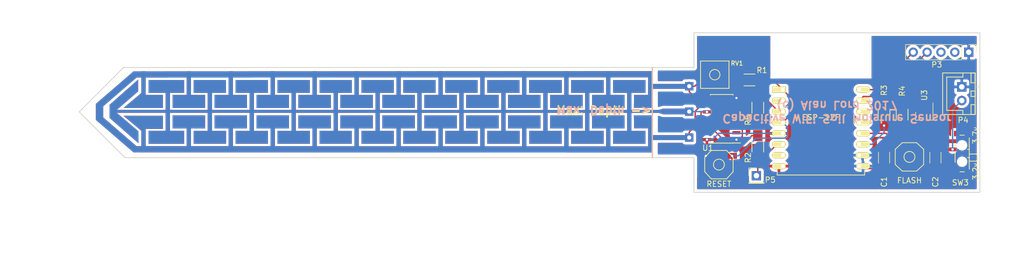
<source format=kicad_pcb>
(kicad_pcb (version 4) (host pcbnew 4.0.4+e1-6308~48~ubuntu16.04.1-stable)

  (general
    (links 47)
    (no_connects 0)
    (area 29.615001 74.492 221.083 126.905591)
    (thickness 1.6)
    (drawings 22)
    (tracks 127)
    (zones 0)
    (modules 18)
    (nets 16)
  )

  (page A4)
  (title_block
    (title "ESP8266 Capacitive Soil Sensor")
    (date 2017-02-24)
    (rev 1.0)
    (company "Author: Alan Lord")
    (comment 1 "Contact: alanslists@gmail.com")
    (comment 3 "Creative Commons Attribution-NonCommercial-ShareAlike 4.0 International Public License")
  )

  (layers
    (0 F.Cu signal)
    (31 B.Cu signal)
    (32 B.Adhes user)
    (33 F.Adhes user)
    (34 B.Paste user)
    (35 F.Paste user)
    (36 B.SilkS user)
    (37 F.SilkS user)
    (38 B.Mask user)
    (39 F.Mask user)
    (40 Dwgs.User user)
    (41 Cmts.User user)
    (42 Eco1.User user)
    (43 Eco2.User user)
    (44 Edge.Cuts user)
    (45 Margin user)
    (46 B.CrtYd user)
    (47 F.CrtYd user)
    (48 B.Fab user)
    (49 F.Fab user)
  )

  (setup
    (last_trace_width 0.25)
    (trace_clearance 0.2)
    (zone_clearance 0.508)
    (zone_45_only yes)
    (trace_min 0.2)
    (segment_width 0.2)
    (edge_width 0.15)
    (via_size 0.6)
    (via_drill 0.4)
    (via_min_size 0.4)
    (via_min_drill 0.3)
    (uvia_size 0.3)
    (uvia_drill 0.1)
    (uvias_allowed no)
    (uvia_min_size 0.2)
    (uvia_min_drill 0.1)
    (pcb_text_width 0.3)
    (pcb_text_size 1.5 1.5)
    (mod_edge_width 0.15)
    (mod_text_size 1 1)
    (mod_text_width 0.15)
    (pad_size 1.5 1.5)
    (pad_drill 0.65)
    (pad_to_mask_clearance 0.2)
    (aux_axis_origin 0 0)
    (grid_origin 249.555 95.25)
    (visible_elements FFFFFF7F)
    (pcbplotparams
      (layerselection 0x010f0_80000001)
      (usegerberextensions true)
      (excludeedgelayer true)
      (linewidth 0.100000)
      (plotframeref false)
      (viasonmask false)
      (mode 1)
      (useauxorigin false)
      (hpglpennumber 1)
      (hpglpenspeed 20)
      (hpglpendiameter 15)
      (hpglpenoverlay 2)
      (psnegative false)
      (psa4output false)
      (plotreference true)
      (plotvalue true)
      (plotinvisibletext false)
      (padsonsilk false)
      (subtractmaskfromsilk false)
      (outputformat 1)
      (mirror false)
      (drillshape 0)
      (scaleselection 1)
      (outputdirectory /home/alanlord/Personal/Projects/git/esp8266-cap-soil-sensor/pcb/))
  )

  (net 0 "")
  (net 1 VCC)
  (net 2 GND)
  (net 3 "Net-(C2-Pad1)")
  (net 4 /RXD)
  (net 5 /TXD)
  (net 6 "Net-(R1-Pad2)")
  (net 7 /SENS)
  (net 8 "Net-(R2-Pad2)")
  (net 9 "Net-(R3-Pad2)")
  (net 10 /FLASH)
  (net 11 /CHIP_EN)
  (net 12 "Net-(RV1-Pad2)")
  (net 13 "Net-(SW3-Pad3)")
  (net 14 "Net-(CS1-Pad1)")
  (net 15 "Net-(CS1-Pad2)")

  (net_class Default "This is the default net class."
    (clearance 0.2)
    (trace_width 0.25)
    (via_dia 0.6)
    (via_drill 0.4)
    (uvia_dia 0.3)
    (uvia_drill 0.1)
    (add_net /CHIP_EN)
    (add_net /FLASH)
    (add_net /RXD)
    (add_net /SENS)
    (add_net /TXD)
    (add_net GND)
    (add_net "Net-(C2-Pad1)")
    (add_net "Net-(CS1-Pad1)")
    (add_net "Net-(CS1-Pad2)")
    (add_net "Net-(R1-Pad2)")
    (add_net "Net-(R2-Pad2)")
    (add_net "Net-(R3-Pad2)")
    (add_net "Net-(RV1-Pad2)")
    (add_net "Net-(SW3-Pad3)")
    (add_net VCC)
  )

  (module Housings_SOIC:SOIC-14_3.9x8.7mm_Pitch1.27mm (layer F.Cu) (tedit 58B07F0C) (tstamp 58A30D5E)
    (at 161.925 95.758 180)
    (descr "14-Lead Plastic Small Outline (SL) - Narrow, 3.90 mm Body [SOIC] (see Microchip Packaging Specification 00000049BS.pdf)")
    (tags "SOIC 1.27")
    (path /588E1ECE)
    (attr smd)
    (fp_text reference U1 (at 2.54 -5.334 360) (layer F.SilkS)
      (effects (font (size 1 1) (thickness 0.15)))
    )
    (fp_text value 74LCX14MX (at 0 5.375 180) (layer F.Fab) hide
      (effects (font (size 1 1) (thickness 0.15)))
    )
    (fp_line (start -0.95 -4.35) (end 1.95 -4.35) (layer F.Fab) (width 0.15))
    (fp_line (start 1.95 -4.35) (end 1.95 4.35) (layer F.Fab) (width 0.15))
    (fp_line (start 1.95 4.35) (end -1.95 4.35) (layer F.Fab) (width 0.15))
    (fp_line (start -1.95 4.35) (end -1.95 -3.35) (layer F.Fab) (width 0.15))
    (fp_line (start -1.95 -3.35) (end -0.95 -4.35) (layer F.Fab) (width 0.15))
    (fp_line (start -3.7 -4.65) (end -3.7 4.65) (layer F.CrtYd) (width 0.05))
    (fp_line (start 3.7 -4.65) (end 3.7 4.65) (layer F.CrtYd) (width 0.05))
    (fp_line (start -3.7 -4.65) (end 3.7 -4.65) (layer F.CrtYd) (width 0.05))
    (fp_line (start -3.7 4.65) (end 3.7 4.65) (layer F.CrtYd) (width 0.05))
    (fp_line (start -2.075 -4.45) (end -2.075 -4.425) (layer F.SilkS) (width 0.15))
    (fp_line (start 2.075 -4.45) (end 2.075 -4.335) (layer F.SilkS) (width 0.15))
    (fp_line (start 2.075 4.45) (end 2.075 4.335) (layer F.SilkS) (width 0.15))
    (fp_line (start -2.075 4.45) (end -2.075 4.335) (layer F.SilkS) (width 0.15))
    (fp_line (start -2.075 -4.45) (end 2.075 -4.45) (layer F.SilkS) (width 0.15))
    (fp_line (start -2.075 4.45) (end 2.075 4.45) (layer F.SilkS) (width 0.15))
    (fp_line (start -2.075 -4.425) (end -3.45 -4.425) (layer F.SilkS) (width 0.15))
    (pad 1 smd rect (at -2.7 -3.81 180) (size 1.5 0.6) (layers F.Cu F.Paste F.Mask)
      (net 2 GND))
    (pad 2 smd rect (at -2.7 -2.54 180) (size 1.5 0.6) (layers F.Cu F.Paste F.Mask))
    (pad 3 smd rect (at -2.7 -1.27 180) (size 1.5 0.6) (layers F.Cu F.Paste F.Mask)
      (net 2 GND))
    (pad 4 smd rect (at -2.7 0 180) (size 1.5 0.6) (layers F.Cu F.Paste F.Mask))
    (pad 5 smd rect (at -2.7 1.27 180) (size 1.5 0.6) (layers F.Cu F.Paste F.Mask)
      (net 2 GND))
    (pad 6 smd rect (at -2.7 2.54 180) (size 1.5 0.6) (layers F.Cu F.Paste F.Mask))
    (pad 7 smd rect (at -2.7 3.81 180) (size 1.5 0.6) (layers F.Cu F.Paste F.Mask)
      (net 2 GND))
    (pad 8 smd rect (at 2.7 3.81 180) (size 1.5 0.6) (layers F.Cu F.Paste F.Mask)
      (net 12 "Net-(RV1-Pad2)"))
    (pad 9 smd rect (at 2.7 2.54 180) (size 1.5 0.6) (layers F.Cu F.Paste F.Mask)
      (net 14 "Net-(CS1-Pad1)"))
    (pad 10 smd rect (at 2.7 1.27 180) (size 1.5 0.6) (layers F.Cu F.Paste F.Mask)
      (net 15 "Net-(CS1-Pad2)"))
    (pad 11 smd rect (at 2.7 0 180) (size 1.5 0.6) (layers F.Cu F.Paste F.Mask)
      (net 12 "Net-(RV1-Pad2)"))
    (pad 12 smd rect (at 2.7 -1.27 180) (size 1.5 0.6) (layers F.Cu F.Paste F.Mask)
      (net 8 "Net-(R2-Pad2)"))
    (pad 13 smd rect (at 2.7 -2.54 180) (size 1.5 0.6) (layers F.Cu F.Paste F.Mask)
      (net 15 "Net-(CS1-Pad2)"))
    (pad 14 smd rect (at 2.7 -3.81 180) (size 1.5 0.6) (layers F.Cu F.Paste F.Mask)
      (net 1 VCC))
    (model Housings_SOIC.3dshapes/SOIC-14_3.9x8.7mm_Pitch1.27mm.wrl
      (at (xyz 0 0 0))
      (scale (xyz 1 1 1))
      (rotate (xyz 0 0 0))
    )
  )

  (module Capacitors_SMD:C_1206_HandSoldering (layer F.Cu) (tedit 58A6F384) (tstamp 58A30CF8)
    (at 191.643 102.87 270)
    (descr "Capacitor SMD 1206, hand soldering")
    (tags "capacitor 1206")
    (path /588E2133)
    (attr smd)
    (fp_text reference C1 (at 4.445 0 270) (layer F.SilkS)
      (effects (font (size 1 1) (thickness 0.15)))
    )
    (fp_text value 10uF (at 0 2.3 270) (layer F.Fab) hide
      (effects (font (size 1 1) (thickness 0.15)))
    )
    (fp_line (start -1.6 0.8) (end -1.6 -0.8) (layer F.Fab) (width 0.1))
    (fp_line (start 1.6 0.8) (end -1.6 0.8) (layer F.Fab) (width 0.1))
    (fp_line (start 1.6 -0.8) (end 1.6 0.8) (layer F.Fab) (width 0.1))
    (fp_line (start -1.6 -0.8) (end 1.6 -0.8) (layer F.Fab) (width 0.1))
    (fp_line (start -3.3 -1.15) (end 3.3 -1.15) (layer F.CrtYd) (width 0.05))
    (fp_line (start -3.3 1.15) (end 3.3 1.15) (layer F.CrtYd) (width 0.05))
    (fp_line (start -3.3 -1.15) (end -3.3 1.15) (layer F.CrtYd) (width 0.05))
    (fp_line (start 3.3 -1.15) (end 3.3 1.15) (layer F.CrtYd) (width 0.05))
    (fp_line (start 1 -1.025) (end -1 -1.025) (layer F.SilkS) (width 0.12))
    (fp_line (start -1 1.025) (end 1 1.025) (layer F.SilkS) (width 0.12))
    (pad 1 smd rect (at -2 0 270) (size 2 1.6) (layers F.Cu F.Paste F.Mask)
      (net 1 VCC))
    (pad 2 smd rect (at 2 0 270) (size 2 1.6) (layers F.Cu F.Paste F.Mask)
      (net 2 GND))
    (model Capacitors_SMD.3dshapes/C_1206_HandSoldering.wrl
      (at (xyz 0 0 0))
      (scale (xyz 1 1 1))
      (rotate (xyz 0 0 0))
    )
  )

  (module Capacitors_SMD:C_1206_HandSoldering (layer F.Cu) (tedit 58A6F38A) (tstamp 58A30CFE)
    (at 201.041 102.87 270)
    (descr "Capacitor SMD 1206, hand soldering")
    (tags "capacitor 1206")
    (path /588E215C)
    (attr smd)
    (fp_text reference C2 (at 4.445 0 270) (layer F.SilkS)
      (effects (font (size 1 1) (thickness 0.15)))
    )
    (fp_text value 1uF (at 0 2.3 270) (layer F.Fab) hide
      (effects (font (size 1 1) (thickness 0.15)))
    )
    (fp_line (start -1.6 0.8) (end -1.6 -0.8) (layer F.Fab) (width 0.1))
    (fp_line (start 1.6 0.8) (end -1.6 0.8) (layer F.Fab) (width 0.1))
    (fp_line (start 1.6 -0.8) (end 1.6 0.8) (layer F.Fab) (width 0.1))
    (fp_line (start -1.6 -0.8) (end 1.6 -0.8) (layer F.Fab) (width 0.1))
    (fp_line (start -3.3 -1.15) (end 3.3 -1.15) (layer F.CrtYd) (width 0.05))
    (fp_line (start -3.3 1.15) (end 3.3 1.15) (layer F.CrtYd) (width 0.05))
    (fp_line (start -3.3 -1.15) (end -3.3 1.15) (layer F.CrtYd) (width 0.05))
    (fp_line (start 3.3 -1.15) (end 3.3 1.15) (layer F.CrtYd) (width 0.05))
    (fp_line (start 1 -1.025) (end -1 -1.025) (layer F.SilkS) (width 0.12))
    (fp_line (start -1 1.025) (end 1 1.025) (layer F.SilkS) (width 0.12))
    (pad 1 smd rect (at -2 0 270) (size 2 1.6) (layers F.Cu F.Paste F.Mask)
      (net 3 "Net-(C2-Pad1)"))
    (pad 2 smd rect (at 2 0 270) (size 2 1.6) (layers F.Cu F.Paste F.Mask)
      (net 2 GND))
    (model Capacitors_SMD.3dshapes/C_1206_HandSoldering.wrl
      (at (xyz 0 0 0))
      (scale (xyz 1 1 1))
      (rotate (xyz 0 0 0))
    )
  )

  (module Connectors_JST:JST_XH_B02B-XH-A_02x2.50mm_Straight (layer F.Cu) (tedit 58B049A3) (tstamp 58A30D17)
    (at 205.867 89.916 270)
    (descr "JST XH series connector, B02B-XH-A, top entry type, through hole")
    (tags "connector jst xh tht top vertical 2.50mm")
    (path /5893A688)
    (fp_text reference P4 (at 6.096 -0.254 360) (layer F.SilkS)
      (effects (font (size 1 1) (thickness 0.15)))
    )
    (fp_text value PWR (at 1.25 4.5 270) (layer F.Fab) hide
      (effects (font (size 1 1) (thickness 0.15)))
    )
    (fp_line (start -2.95 -2.85) (end -2.95 3.9) (layer F.CrtYd) (width 0.05))
    (fp_line (start -2.95 3.9) (end 5.45 3.9) (layer F.CrtYd) (width 0.05))
    (fp_line (start 5.45 3.9) (end 5.45 -2.85) (layer F.CrtYd) (width 0.05))
    (fp_line (start 5.45 -2.85) (end -2.95 -2.85) (layer F.CrtYd) (width 0.05))
    (fp_line (start -2.55 -2.45) (end -2.55 3.5) (layer F.SilkS) (width 0.15))
    (fp_line (start -2.55 3.5) (end 5.05 3.5) (layer F.SilkS) (width 0.15))
    (fp_line (start 5.05 3.5) (end 5.05 -2.45) (layer F.SilkS) (width 0.15))
    (fp_line (start 5.05 -2.45) (end -2.55 -2.45) (layer F.SilkS) (width 0.15))
    (fp_line (start 0.75 -2.45) (end 0.75 -1.7) (layer F.SilkS) (width 0.15))
    (fp_line (start 0.75 -1.7) (end 1.75 -1.7) (layer F.SilkS) (width 0.15))
    (fp_line (start 1.75 -1.7) (end 1.75 -2.45) (layer F.SilkS) (width 0.15))
    (fp_line (start 1.75 -2.45) (end 0.75 -2.45) (layer F.SilkS) (width 0.15))
    (fp_line (start -2.55 -2.45) (end -2.55 -1.7) (layer F.SilkS) (width 0.15))
    (fp_line (start -2.55 -1.7) (end -0.75 -1.7) (layer F.SilkS) (width 0.15))
    (fp_line (start -0.75 -1.7) (end -0.75 -2.45) (layer F.SilkS) (width 0.15))
    (fp_line (start -0.75 -2.45) (end -2.55 -2.45) (layer F.SilkS) (width 0.15))
    (fp_line (start 3.25 -2.45) (end 3.25 -1.7) (layer F.SilkS) (width 0.15))
    (fp_line (start 3.25 -1.7) (end 5.05 -1.7) (layer F.SilkS) (width 0.15))
    (fp_line (start 5.05 -1.7) (end 5.05 -2.45) (layer F.SilkS) (width 0.15))
    (fp_line (start 5.05 -2.45) (end 3.25 -2.45) (layer F.SilkS) (width 0.15))
    (fp_line (start -2.55 -0.2) (end -1.8 -0.2) (layer F.SilkS) (width 0.15))
    (fp_line (start -1.8 -0.2) (end -1.8 2.75) (layer F.SilkS) (width 0.15))
    (fp_line (start -1.8 2.75) (end 1.25 2.75) (layer F.SilkS) (width 0.15))
    (fp_line (start 5.05 -0.2) (end 4.3 -0.2) (layer F.SilkS) (width 0.15))
    (fp_line (start 4.3 -0.2) (end 4.3 2.75) (layer F.SilkS) (width 0.15))
    (fp_line (start 4.3 2.75) (end 1.25 2.75) (layer F.SilkS) (width 0.15))
    (fp_line (start 0 -2.75) (end -0.3 -3.35) (layer F.SilkS) (width 0.15))
    (fp_line (start -0.3 -3.35) (end 0.3 -3.35) (layer F.SilkS) (width 0.15))
    (fp_line (start 0.3 -3.35) (end 0 -2.75) (layer F.SilkS) (width 0.15))
    (pad 1 thru_hole rect (at 0 0 270) (size 1.75 1.75) (drill 1) (layers *.Cu *.Mask)
      (net 2 GND))
    (pad 2 thru_hole circle (at 2.5 0 270) (size 1.75 1.75) (drill 1) (layers *.Cu *.Mask)
      (net 3 "Net-(C2-Pad1)"))
    (model Connectors_JST.3dshapes/JST_XH_B02B-XH-A_02x2.50mm_Straight.wrl
      (at (xyz 0 0 0))
      (scale (xyz 1 1 1))
      (rotate (xyz 0 0 0))
    )
  )

  (module Resistors_SMD:R_1206_HandSoldering (layer F.Cu) (tedit 58B0495D) (tstamp 58A30D1D)
    (at 167.005 88.646)
    (descr "Resistor SMD 1206, hand soldering")
    (tags "resistor 1206")
    (path /58A321F5)
    (attr smd)
    (fp_text reference R1 (at 2.286 -1.778) (layer F.SilkS)
      (effects (font (size 1 1) (thickness 0.15)))
    )
    (fp_text value 4.7k (at 0 2.3) (layer F.Fab) hide
      (effects (font (size 1 1) (thickness 0.15)))
    )
    (fp_line (start -1.6 0.8) (end -1.6 -0.8) (layer F.Fab) (width 0.1))
    (fp_line (start 1.6 0.8) (end -1.6 0.8) (layer F.Fab) (width 0.1))
    (fp_line (start 1.6 -0.8) (end 1.6 0.8) (layer F.Fab) (width 0.1))
    (fp_line (start -1.6 -0.8) (end 1.6 -0.8) (layer F.Fab) (width 0.1))
    (fp_line (start -3.3 -1.2) (end 3.3 -1.2) (layer F.CrtYd) (width 0.05))
    (fp_line (start -3.3 1.2) (end 3.3 1.2) (layer F.CrtYd) (width 0.05))
    (fp_line (start -3.3 -1.2) (end -3.3 1.2) (layer F.CrtYd) (width 0.05))
    (fp_line (start 3.3 -1.2) (end 3.3 1.2) (layer F.CrtYd) (width 0.05))
    (fp_line (start 1 1.075) (end -1 1.075) (layer F.SilkS) (width 0.15))
    (fp_line (start -1 -1.075) (end 1 -1.075) (layer F.SilkS) (width 0.15))
    (pad 1 smd rect (at -2 0) (size 2 1.7) (layers F.Cu F.Paste F.Mask)
      (net 1 VCC))
    (pad 2 smd rect (at 2 0) (size 2 1.7) (layers F.Cu F.Paste F.Mask)
      (net 6 "Net-(R1-Pad2)"))
    (model Resistors_SMD.3dshapes/R_1206_HandSoldering.wrl
      (at (xyz 0 0 0))
      (scale (xyz 1 1 1))
      (rotate (xyz 0 0 0))
    )
  )

  (module Resistors_SMD:R_1206_HandSoldering (layer F.Cu) (tedit 58B04946) (tstamp 58A30D23)
    (at 168.529 100.838 90)
    (descr "Resistor SMD 1206, hand soldering")
    (tags "resistor 1206")
    (path /588E21F6)
    (attr smd)
    (fp_text reference R2 (at -2.032 -1.778 90) (layer F.SilkS)
      (effects (font (size 1 1) (thickness 0.15)))
    )
    (fp_text value 100 (at 0 2.3 90) (layer F.Fab) hide
      (effects (font (size 1 1) (thickness 0.15)))
    )
    (fp_line (start -1.6 0.8) (end -1.6 -0.8) (layer F.Fab) (width 0.1))
    (fp_line (start 1.6 0.8) (end -1.6 0.8) (layer F.Fab) (width 0.1))
    (fp_line (start 1.6 -0.8) (end 1.6 0.8) (layer F.Fab) (width 0.1))
    (fp_line (start -1.6 -0.8) (end 1.6 -0.8) (layer F.Fab) (width 0.1))
    (fp_line (start -3.3 -1.2) (end 3.3 -1.2) (layer F.CrtYd) (width 0.05))
    (fp_line (start -3.3 1.2) (end 3.3 1.2) (layer F.CrtYd) (width 0.05))
    (fp_line (start -3.3 -1.2) (end -3.3 1.2) (layer F.CrtYd) (width 0.05))
    (fp_line (start 3.3 -1.2) (end 3.3 1.2) (layer F.CrtYd) (width 0.05))
    (fp_line (start 1 1.075) (end -1 1.075) (layer F.SilkS) (width 0.15))
    (fp_line (start -1 -1.075) (end 1 -1.075) (layer F.SilkS) (width 0.15))
    (pad 1 smd rect (at -2 0 90) (size 2 1.7) (layers F.Cu F.Paste F.Mask)
      (net 7 /SENS))
    (pad 2 smd rect (at 2 0 90) (size 2 1.7) (layers F.Cu F.Paste F.Mask)
      (net 8 "Net-(R2-Pad2)"))
    (model Resistors_SMD.3dshapes/R_1206_HandSoldering.wrl
      (at (xyz 0 0 0))
      (scale (xyz 1 1 1))
      (rotate (xyz 0 0 0))
    )
  )

  (module Resistors_SMD:R_1206_HandSoldering (layer F.Cu) (tedit 58A6F391) (tstamp 58A30D29)
    (at 191.643 94.996 270)
    (descr "Resistor SMD 1206, hand soldering")
    (tags "resistor 1206")
    (path /58A3223E)
    (attr smd)
    (fp_text reference R3 (at -4.445 0 270) (layer F.SilkS)
      (effects (font (size 1 1) (thickness 0.15)))
    )
    (fp_text value 4.7k (at 0 2.3 270) (layer F.Fab) hide
      (effects (font (size 1 1) (thickness 0.15)))
    )
    (fp_line (start -1.6 0.8) (end -1.6 -0.8) (layer F.Fab) (width 0.1))
    (fp_line (start 1.6 0.8) (end -1.6 0.8) (layer F.Fab) (width 0.1))
    (fp_line (start 1.6 -0.8) (end 1.6 0.8) (layer F.Fab) (width 0.1))
    (fp_line (start -1.6 -0.8) (end 1.6 -0.8) (layer F.Fab) (width 0.1))
    (fp_line (start -3.3 -1.2) (end 3.3 -1.2) (layer F.CrtYd) (width 0.05))
    (fp_line (start -3.3 1.2) (end 3.3 1.2) (layer F.CrtYd) (width 0.05))
    (fp_line (start -3.3 -1.2) (end -3.3 1.2) (layer F.CrtYd) (width 0.05))
    (fp_line (start 3.3 -1.2) (end 3.3 1.2) (layer F.CrtYd) (width 0.05))
    (fp_line (start 1 1.075) (end -1 1.075) (layer F.SilkS) (width 0.15))
    (fp_line (start -1 -1.075) (end 1 -1.075) (layer F.SilkS) (width 0.15))
    (pad 1 smd rect (at -2 0 270) (size 2 1.7) (layers F.Cu F.Paste F.Mask)
      (net 1 VCC))
    (pad 2 smd rect (at 2 0 270) (size 2 1.7) (layers F.Cu F.Paste F.Mask)
      (net 9 "Net-(R3-Pad2)"))
    (model Resistors_SMD.3dshapes/R_1206_HandSoldering.wrl
      (at (xyz 0 0 0))
      (scale (xyz 1 1 1))
      (rotate (xyz 0 0 0))
    )
  )

  (module Resistors_SMD:R_1206_HandSoldering (layer F.Cu) (tedit 58B04981) (tstamp 58A30D2F)
    (at 194.945 94.996 270)
    (descr "Resistor SMD 1206, hand soldering")
    (tags "resistor 1206")
    (path /58A3227D)
    (attr smd)
    (fp_text reference R4 (at -4.318 0 270) (layer F.SilkS)
      (effects (font (size 1 1) (thickness 0.15)))
    )
    (fp_text value 4.7k (at 0 2.3 270) (layer F.Fab) hide
      (effects (font (size 1 1) (thickness 0.15)))
    )
    (fp_line (start -1.6 0.8) (end -1.6 -0.8) (layer F.Fab) (width 0.1))
    (fp_line (start 1.6 0.8) (end -1.6 0.8) (layer F.Fab) (width 0.1))
    (fp_line (start 1.6 -0.8) (end 1.6 0.8) (layer F.Fab) (width 0.1))
    (fp_line (start -1.6 -0.8) (end 1.6 -0.8) (layer F.Fab) (width 0.1))
    (fp_line (start -3.3 -1.2) (end 3.3 -1.2) (layer F.CrtYd) (width 0.05))
    (fp_line (start -3.3 1.2) (end 3.3 1.2) (layer F.CrtYd) (width 0.05))
    (fp_line (start -3.3 -1.2) (end -3.3 1.2) (layer F.CrtYd) (width 0.05))
    (fp_line (start 3.3 -1.2) (end 3.3 1.2) (layer F.CrtYd) (width 0.05))
    (fp_line (start 1 1.075) (end -1 1.075) (layer F.SilkS) (width 0.15))
    (fp_line (start -1 -1.075) (end 1 -1.075) (layer F.SilkS) (width 0.15))
    (pad 1 smd rect (at -2 0 270) (size 2 1.7) (layers F.Cu F.Paste F.Mask)
      (net 1 VCC))
    (pad 2 smd rect (at 2 0 270) (size 2 1.7) (layers F.Cu F.Paste F.Mask)
      (net 10 /FLASH))
    (model Resistors_SMD.3dshapes/R_1206_HandSoldering.wrl
      (at (xyz 0 0 0))
      (scale (xyz 1 1 1))
      (rotate (xyz 0 0 0))
    )
  )

  (module Resistors_SMD:R_1206_HandSoldering (layer F.Cu) (tedit 58B04953) (tstamp 58A30D35)
    (at 168.529 93.726 90)
    (descr "Resistor SMD 1206, hand soldering")
    (tags "resistor 1206")
    (path /58A32A7D)
    (attr smd)
    (fp_text reference R5 (at -2.286 -1.778 90) (layer F.SilkS)
      (effects (font (size 1 1) (thickness 0.15)))
    )
    (fp_text value 4.7k (at 0 2.3 90) (layer F.Fab) hide
      (effects (font (size 1 1) (thickness 0.15)))
    )
    (fp_line (start -1.6 0.8) (end -1.6 -0.8) (layer F.Fab) (width 0.1))
    (fp_line (start 1.6 0.8) (end -1.6 0.8) (layer F.Fab) (width 0.1))
    (fp_line (start 1.6 -0.8) (end 1.6 0.8) (layer F.Fab) (width 0.1))
    (fp_line (start -1.6 -0.8) (end 1.6 -0.8) (layer F.Fab) (width 0.1))
    (fp_line (start -3.3 -1.2) (end 3.3 -1.2) (layer F.CrtYd) (width 0.05))
    (fp_line (start -3.3 1.2) (end 3.3 1.2) (layer F.CrtYd) (width 0.05))
    (fp_line (start -3.3 -1.2) (end -3.3 1.2) (layer F.CrtYd) (width 0.05))
    (fp_line (start 3.3 -1.2) (end 3.3 1.2) (layer F.CrtYd) (width 0.05))
    (fp_line (start 1 1.075) (end -1 1.075) (layer F.SilkS) (width 0.15))
    (fp_line (start -1 -1.075) (end 1 -1.075) (layer F.SilkS) (width 0.15))
    (pad 1 smd rect (at -2 0 90) (size 2 1.7) (layers F.Cu F.Paste F.Mask)
      (net 1 VCC))
    (pad 2 smd rect (at 2 0 90) (size 2 1.7) (layers F.Cu F.Paste F.Mask)
      (net 11 /CHIP_EN))
    (model Resistors_SMD.3dshapes/R_1206_HandSoldering.wrl
      (at (xyz 0 0 0))
      (scale (xyz 1 1 1))
      (rotate (xyz 0 0 0))
    )
  )

  (module manuf:BOURNS-3364-W (layer F.Cu) (tedit 58B04962) (tstamp 58A30D3C)
    (at 160.655 87.884 180)
    (path /58A2F8E1)
    (attr smd)
    (fp_text reference RV1 (at -4.064 2.286 360) (layer F.SilkS)
      (effects (font (size 0.8 0.8) (thickness 0.15)))
    )
    (fp_text value POT-BOURNS-3364W (at 0 0 270) (layer F.Fab) hide
      (effects (font (size 0.8 0.8) (thickness 0.15)))
    )
    (fp_circle (center 0 0.2) (end -0.3 -0.7) (layer F.SilkS) (width 0.15))
    (fp_line (start 1.4 -2.3) (end 2.6 -2.3) (layer F.SilkS) (width 0.15))
    (fp_line (start 2.6 -2.3) (end 2.6 2.7) (layer F.SilkS) (width 0.15))
    (fp_line (start 2.6 2.7) (end -2.6 2.7) (layer F.SilkS) (width 0.15))
    (fp_line (start -2.6 2.7) (end -2.6 -2.3) (layer F.SilkS) (width 0.15))
    (fp_line (start -2.6 -2.3) (end 1.4 -2.3) (layer F.SilkS) (width 0.15))
    (pad 1 smd rect (at -1.5 2.1 180) (size 1.4 1.6) (layers F.Cu F.Paste F.Mask))
    (pad 3 smd rect (at 1.5 2.1 180) (size 1.4 1.6) (layers F.Cu F.Paste F.Mask)
      (net 14 "Net-(CS1-Pad1)"))
    (pad 2 smd rect (at 0 -1.8 180) (size 2.5 1.2) (layers F.Cu F.Paste F.Mask)
      (net 12 "Net-(RV1-Pad2)"))
    (model smd_resistors/trim_murata_pvz2a.wrl
      (at (xyz 0 0 0))
      (scale (xyz 1.6 1.5 1))
      (rotate (xyz 0 0 0))
    )
  )

  (module switches:SKQGAFE010_Switch (layer F.Cu) (tedit 58B04926) (tstamp 58A30D44)
    (at 161.417 104.14)
    (descr "SKQGAFE010 SMD Mount Tactile Switch")
    (path /588E2245)
    (attr smd)
    (fp_text reference SW1 (at 0 3.175) (layer F.SilkS) hide
      (effects (font (size 1 1) (thickness 0.15)))
    )
    (fp_text value RESET (at 0 3.556 180) (layer F.SilkS)
      (effects (font (size 1 1) (thickness 0.15)))
    )
    (fp_line (start -2.6 1.3) (end -1.4 2.6) (layer F.SilkS) (width 0.15))
    (fp_line (start 1.4 -2.6) (end 2.6 -1.3) (layer F.SilkS) (width 0.15))
    (fp_line (start 2.6 1.3) (end 1.4 2.6) (layer F.SilkS) (width 0.15))
    (fp_line (start -1.4 -2.6) (end -2.6 -1.3) (layer F.SilkS) (width 0.15))
    (fp_line (start -2.6 1.3) (end -2.6 -1.3) (layer F.SilkS) (width 0.15))
    (fp_line (start 2.6 1.3) (end 2.6 -1.3) (layer F.SilkS) (width 0.15))
    (fp_line (start 1.4 -2.6) (end -1.4 -2.6) (layer F.SilkS) (width 0.15))
    (fp_line (start 1.4 2.6) (end -1.4 2.6) (layer F.SilkS) (width 0.15))
    (fp_circle (center 0 0) (end 1 0) (layer F.SilkS) (width 0.15))
    (pad 3 smd rect (at -2.4 1.6) (size 1.8 1.1) (layers F.Cu F.Paste F.Mask)
      (net 2 GND))
    (pad 1 smd rect (at -2.4 -1.6) (size 1.8 1.1) (layers F.Cu F.Paste F.Mask)
      (net 2 GND))
    (pad 2 smd rect (at 2.4 -1.6) (size 1.8 1.1) (layers F.Cu F.Paste F.Mask)
      (net 6 "Net-(R1-Pad2)"))
    (pad 4 smd rect (at 2.4 1.6) (size 1.8 1.1) (layers F.Cu F.Paste F.Mask)
      (net 6 "Net-(R1-Pad2)"))
  )

  (module switches:SKQGAFE010_Switch (layer F.Cu) (tedit 58B04345) (tstamp 58A30D4C)
    (at 196.291 102.73 90)
    (descr "SKQGAFE010 SMD Mount Tactile Switch")
    (path /588E2272)
    (attr smd)
    (fp_text reference SW2 (at 0 3.81 90) (layer F.SilkS) hide
      (effects (font (size 1 1) (thickness 0.15)))
    )
    (fp_text value FLASH (at -4.318 0 180) (layer F.SilkS)
      (effects (font (size 1 1) (thickness 0.15)))
    )
    (fp_line (start -2.6 1.3) (end -1.4 2.6) (layer F.SilkS) (width 0.15))
    (fp_line (start 1.4 -2.6) (end 2.6 -1.3) (layer F.SilkS) (width 0.15))
    (fp_line (start 2.6 1.3) (end 1.4 2.6) (layer F.SilkS) (width 0.15))
    (fp_line (start -1.4 -2.6) (end -2.6 -1.3) (layer F.SilkS) (width 0.15))
    (fp_line (start -2.6 1.3) (end -2.6 -1.3) (layer F.SilkS) (width 0.15))
    (fp_line (start 2.6 1.3) (end 2.6 -1.3) (layer F.SilkS) (width 0.15))
    (fp_line (start 1.4 -2.6) (end -1.4 -2.6) (layer F.SilkS) (width 0.15))
    (fp_line (start 1.4 2.6) (end -1.4 2.6) (layer F.SilkS) (width 0.15))
    (fp_circle (center 0 0) (end 1 0) (layer F.SilkS) (width 0.15))
    (pad 3 smd rect (at -2.4 1.6 90) (size 1.8 1.1) (layers F.Cu F.Paste F.Mask)
      (net 2 GND))
    (pad 1 smd rect (at -2.4 -1.6 90) (size 1.8 1.1) (layers F.Cu F.Paste F.Mask)
      (net 2 GND))
    (pad 2 smd rect (at 2.4 -1.6 90) (size 1.8 1.1) (layers F.Cu F.Paste F.Mask)
      (net 10 /FLASH))
    (pad 4 smd rect (at 2.4 1.6 90) (size 1.8 1.1) (layers F.Cu F.Paste F.Mask)
      (net 10 /FLASH))
  )

  (module ESP8266:ESP-12E (layer F.Cu) (tedit 58B07FE4) (tstamp 58A30D78)
    (at 173.101 90.424)
    (descr "Module, ESP-8266, ESP-12, 16 pad, SMD")
    (tags "Module ESP-8266 ESP8266")
    (path /588E2247)
    (fp_text reference U2 (at -2 -2) (layer F.SilkS) hide
      (effects (font (size 1 1) (thickness 0.15)))
    )
    (fp_text value ESP-12F (at 6.985 5.08) (layer F.SilkS)
      (effects (font (size 1 1) (thickness 0.15)))
    )
    (fp_line (start -2.25 -0.5) (end -2.25 -8.75) (layer F.CrtYd) (width 0.05))
    (fp_line (start -2.25 -8.75) (end 15.25 -8.75) (layer F.CrtYd) (width 0.05))
    (fp_line (start 15.25 -8.75) (end 16.25 -8.75) (layer F.CrtYd) (width 0.05))
    (fp_line (start 16.25 -8.75) (end 16.25 16) (layer F.CrtYd) (width 0.05))
    (fp_line (start 16.25 16) (end -2.25 16) (layer F.CrtYd) (width 0.05))
    (fp_line (start -2.25 16) (end -2.25 -0.5) (layer F.CrtYd) (width 0.05))
    (fp_line (start -1.016 -8.382) (end 14.986 -8.382) (layer F.CrtYd) (width 0.1524))
    (fp_line (start 14.986 -8.382) (end 14.986 -0.889) (layer F.CrtYd) (width 0.1524))
    (fp_line (start -1.016 -8.382) (end -1.016 -1.016) (layer F.CrtYd) (width 0.1524))
    (fp_line (start -1.016 14.859) (end -1.016 15.621) (layer F.SilkS) (width 0.1524))
    (fp_line (start -1.016 15.621) (end 14.986 15.621) (layer F.SilkS) (width 0.1524))
    (fp_line (start 14.986 15.621) (end 14.986 14.859) (layer F.SilkS) (width 0.1524))
    (fp_line (start 14.992 -8.4) (end -1.008 -2.6) (layer F.CrtYd) (width 0.1524))
    (fp_line (start -1.008 -8.4) (end 14.992 -2.6) (layer F.CrtYd) (width 0.1524))
    (fp_text user "No Copper" (at 6.892 -5.4) (layer F.CrtYd)
      (effects (font (size 1 1) (thickness 0.15)))
    )
    (fp_line (start -1.008 -2.6) (end 14.992 -2.6) (layer F.CrtYd) (width 0.1524))
    (fp_line (start 15 -8.4) (end 15 15.6) (layer F.Fab) (width 0.05))
    (fp_line (start 14.992 15.6) (end -1.008 15.6) (layer F.Fab) (width 0.05))
    (fp_line (start -1.008 15.6) (end -1.008 -8.4) (layer F.Fab) (width 0.05))
    (fp_line (start -1.008 -8.4) (end 14.992 -8.4) (layer F.Fab) (width 0.05))
    (pad 1 thru_hole rect (at 0 0) (size 2.5 1.1) (drill 0.65 (offset -0.7 0)) (layers *.Cu *.Mask F.SilkS)
      (net 6 "Net-(R1-Pad2)"))
    (pad 2 thru_hole oval (at 0 2) (size 2.5 1.1) (drill 0.65 (offset -0.7 0)) (layers *.Cu *.Mask F.SilkS))
    (pad 3 thru_hole oval (at 0 4) (size 2.5 1.1) (drill 0.65 (offset -0.7 0)) (layers *.Cu *.Mask F.SilkS)
      (net 11 /CHIP_EN))
    (pad 4 thru_hole oval (at 0 6) (size 2.5 1.1) (drill 0.65 (offset -0.7 0)) (layers *.Cu *.Mask F.SilkS)
      (net 6 "Net-(R1-Pad2)"))
    (pad 5 thru_hole oval (at 0 8) (size 2.5 1.1) (drill 0.65 (offset -0.7 0)) (layers *.Cu *.Mask F.SilkS)
      (net 1 VCC))
    (pad 6 thru_hole oval (at 0 10) (size 2.5 1.1) (drill 0.65 (offset -0.7 0)) (layers *.Cu *.Mask F.SilkS)
      (net 7 /SENS))
    (pad 7 thru_hole oval (at 0 12) (size 2.5 1.1) (drill 0.65 (offset -0.7 0)) (layers *.Cu *.Mask F.SilkS))
    (pad 8 thru_hole oval (at 0 14) (size 2.5 1.1) (drill 0.65 (offset -0.7 0)) (layers *.Cu *.Mask F.SilkS)
      (net 1 VCC))
    (pad 9 smd oval (at 1.99 15.75 90) (size 2.4 1.1) (layers F.Cu F.Paste F.Mask))
    (pad 10 smd oval (at 3.99 15.75 90) (size 2.4 1.1) (layers F.Cu F.Paste F.Mask))
    (pad 11 smd oval (at 5.99 15.75 90) (size 2.4 1.1) (layers F.Cu F.Paste F.Mask))
    (pad 12 smd oval (at 7.99 15.75 90) (size 2.4 1.1) (layers F.Cu F.Paste F.Mask))
    (pad 13 smd oval (at 9.99 15.75 90) (size 2.4 1.1) (layers F.Cu F.Paste F.Mask))
    (pad 14 smd oval (at 11.99 15.75 90) (size 2.4 1.1) (layers F.Cu F.Paste F.Mask))
    (pad 15 thru_hole oval (at 14 14) (size 2.5 1.1) (drill 0.65 (offset 0.7 0)) (layers *.Cu *.Mask F.SilkS)
      (net 2 GND))
    (pad 16 thru_hole oval (at 14 12) (size 2.5 1.1) (drill 0.65 (offset 0.6 0)) (layers *.Cu *.Mask F.SilkS)
      (net 2 GND))
    (pad 17 thru_hole oval (at 14 10) (size 2.5 1.1) (drill 0.65 (offset 0.7 0)) (layers *.Cu *.Mask F.SilkS)
      (net 9 "Net-(R3-Pad2)"))
    (pad 18 thru_hole oval (at 14 8) (size 2.5 1.1) (drill 0.65 (offset 0.7 0)) (layers *.Cu *.Mask F.SilkS)
      (net 10 /FLASH))
    (pad 19 thru_hole oval (at 14 6) (size 2.5 1.1) (drill 0.65 (offset 0.7 0)) (layers *.Cu *.Mask F.SilkS))
    (pad 20 thru_hole oval (at 14 4) (size 2.5 1.1) (drill 0.65 (offset 0.7 0)) (layers *.Cu *.Mask F.SilkS))
    (pad 21 thru_hole oval (at 14 2) (size 2.5 1.1) (drill 0.65 (offset 0.7 0)) (layers *.Cu *.Mask F.SilkS)
      (net 4 /RXD))
    (pad 22 thru_hole oval (at 14 0) (size 2.5 1.1) (drill 0.65 (offset 0.7 0)) (layers *.Cu *.Mask F.SilkS)
      (net 5 /TXD))
    (model ${ESPLIB}/ESP8266.3dshapes/ESP-12.wrl
      (at (xyz 0.04 0 0))
      (scale (xyz 0.3937 0.3937 0.3937))
      (rotate (xyz 0 0 0))
    )
  )

  (module TO_SOT_Packages_SMD:SOT-23_Handsoldering (layer F.Cu) (tedit 58B04986) (tstamp 58A30D7F)
    (at 199.009 95.25 270)
    (descr "SOT-23, Handsoldering")
    (tags SOT-23)
    (path /588E2DAE)
    (attr smd)
    (fp_text reference U3 (at -3.81 0 270) (layer F.SilkS)
      (effects (font (size 1 1) (thickness 0.15)))
    )
    (fp_text value MCP1700T (at 0 2.5 270) (layer F.Fab) hide
      (effects (font (size 1 1) (thickness 0.15)))
    )
    (fp_line (start 0.76 1.58) (end 0.76 0.65) (layer F.SilkS) (width 0.12))
    (fp_line (start 0.76 -1.58) (end 0.76 -0.65) (layer F.SilkS) (width 0.12))
    (fp_line (start -2.7 -1.75) (end 2.7 -1.75) (layer F.CrtYd) (width 0.05))
    (fp_line (start 2.7 -1.75) (end 2.7 1.75) (layer F.CrtYd) (width 0.05))
    (fp_line (start 2.7 1.75) (end -2.7 1.75) (layer F.CrtYd) (width 0.05))
    (fp_line (start -2.7 1.75) (end -2.7 -1.75) (layer F.CrtYd) (width 0.05))
    (fp_line (start 0.76 -1.58) (end -2.4 -1.58) (layer F.SilkS) (width 0.12))
    (fp_line (start -0.7 -0.95) (end -0.7 1.5) (layer F.Fab) (width 0.1))
    (fp_line (start -0.15 -1.52) (end 0.7 -1.52) (layer F.Fab) (width 0.1))
    (fp_line (start -0.7 -0.95) (end -0.15 -1.52) (layer F.Fab) (width 0.1))
    (fp_line (start 0.7 -1.52) (end 0.7 1.52) (layer F.Fab) (width 0.1))
    (fp_line (start -0.7 1.52) (end 0.7 1.52) (layer F.Fab) (width 0.1))
    (fp_line (start 0.76 1.58) (end -0.7 1.58) (layer F.SilkS) (width 0.12))
    (pad 1 smd rect (at -1.5 -0.95 270) (size 1.9 0.8) (layers F.Cu F.Paste F.Mask)
      (net 2 GND))
    (pad 2 smd rect (at -1.5 0.95 270) (size 1.9 0.8) (layers F.Cu F.Paste F.Mask)
      (net 1 VCC))
    (pad 3 smd rect (at 1.5 0 270) (size 1.9 0.8) (layers F.Cu F.Paste F.Mask)
      (net 13 "Net-(SW3-Pad3)"))
    (model TO_SOT_Packages_SMD.3dshapes\SOT-23_Handsoldering.wrl
      (at (xyz 0 0 0))
      (scale (xyz 1 1 1))
      (rotate (xyz 0 0 90))
    )
  )

  (module switches:SW_SPDT_PCM12 (layer F.Cu) (tedit 58B04999) (tstamp 58A8A6B9)
    (at 205.613 102.108 90)
    (descr "Ultraminiature Surface Mount Slide Switch")
    (path /58A899D1)
    (attr smd)
    (fp_text reference SW3 (at -5.334 0 180) (layer F.SilkS)
      (effects (font (size 1 1) (thickness 0.15)))
    )
    (fp_text value Switch_SPDT_x2 (at 0 4.25 90) (layer F.Fab) hide
      (effects (font (size 1 1) (thickness 0.15)))
    )
    (fp_line (start 0.75 1.325) (end 0.75 1.625) (layer F.SilkS) (width 0.15))
    (fp_line (start -0.75 1.325) (end -0.75 1.625) (layer F.SilkS) (width 0.15))
    (fp_line (start 1.4 -0.975) (end 1.6 -0.975) (layer F.SilkS) (width 0.15))
    (fp_line (start -4.4 -2.45) (end 4.4 -2.45) (layer F.CrtYd) (width 0.05))
    (fp_line (start 4.4 -2.45) (end 4.4 2.1) (layer F.CrtYd) (width 0.05))
    (fp_line (start 4.4 2.1) (end 1.65 2.1) (layer F.CrtYd) (width 0.05))
    (fp_line (start 1.65 2.1) (end 1.65 3.4) (layer F.CrtYd) (width 0.05))
    (fp_line (start 1.65 3.4) (end -1.65 3.4) (layer F.CrtYd) (width 0.05))
    (fp_line (start -1.65 3.4) (end -1.65 2.1) (layer F.CrtYd) (width 0.05))
    (fp_line (start -1.65 2.1) (end -4.4 2.1) (layer F.CrtYd) (width 0.05))
    (fp_line (start -4.4 2.1) (end -4.4 -2.45) (layer F.CrtYd) (width 0.05))
    (fp_line (start -1.4 2.925) (end -1.2 3.125) (layer F.SilkS) (width 0.15))
    (fp_line (start -0.1 2.925) (end -0.3 3.125) (layer F.SilkS) (width 0.15))
    (fp_line (start -1.4 1.625) (end -1.4 2.925) (layer F.SilkS) (width 0.15))
    (fp_line (start -1.2 3.125) (end -0.3 3.125) (layer F.SilkS) (width 0.15))
    (fp_line (start -0.1 2.925) (end -0.1 1.625) (layer F.SilkS) (width 0.15))
    (fp_line (start -2.85 1.625) (end 2.85 1.625) (layer F.SilkS) (width 0.15))
    (fp_line (start -1.6 -0.975) (end 0.1 -0.975) (layer F.SilkS) (width 0.15))
    (fp_line (start -3.35 -0.075) (end -3.35 0.725) (layer F.SilkS) (width 0.15))
    (fp_line (start 3.35 0.725) (end 3.35 -0.075) (layer F.SilkS) (width 0.15))
    (pad "" np_thru_hole circle (at -1.5 0.325 90) (size 0.9 0.9) (drill 0.9) (layers *.Cu *.Mask))
    (pad "" np_thru_hole circle (at 1.5 0.325 90) (size 0.9 0.9) (drill 0.9) (layers *.Cu *.Mask))
    (pad 1 smd rect (at -2.25 -1.425 90) (size 0.7 1.5) (layers F.Cu F.Paste F.Mask)
      (net 1 VCC))
    (pad 2 smd rect (at 0.75 -1.425 90) (size 0.7 1.5) (layers F.Cu F.Paste F.Mask)
      (net 3 "Net-(C2-Pad1)"))
    (pad 3 smd rect (at 2.25 -1.425 90) (size 0.7 1.5) (layers F.Cu F.Paste F.Mask)
      (net 13 "Net-(SW3-Pad3)"))
    (pad "" smd rect (at -3.65 1.425 90) (size 1 0.8) (layers F.Cu F.Paste F.Mask))
    (pad "" smd rect (at 3.65 1.425 90) (size 1 0.8) (layers F.Cu F.Paste F.Mask))
    (pad "" smd rect (at 3.65 -0.775 90) (size 1 0.8) (layers F.Cu F.Paste F.Mask))
    (pad "" smd rect (at -3.65 -0.775 90) (size 1 0.8) (layers F.Cu F.Paste F.Mask))
  )

  (module Pin_Headers:Pin_Header_Straight_1x05_Pitch2.54mm (layer F.Cu) (tedit 58B049B8) (tstamp 58B03F2E)
    (at 207.137 83.566 270)
    (descr "Through hole straight pin header, 1x05, 2.54mm pitch, single row")
    (tags "Through hole pin header THT 1x05 2.54mm single row")
    (path /58A2FBB1)
    (fp_text reference P3 (at 2.286 5.842 360) (layer F.SilkS)
      (effects (font (size 1 1) (thickness 0.15)))
    )
    (fp_text value SERIAL (at 0 12.55 270) (layer F.Fab) hide
      (effects (font (size 1 1) (thickness 0.15)))
    )
    (fp_line (start -1.27 -1.27) (end -1.27 11.43) (layer F.Fab) (width 0.1))
    (fp_line (start -1.27 11.43) (end 1.27 11.43) (layer F.Fab) (width 0.1))
    (fp_line (start 1.27 11.43) (end 1.27 -1.27) (layer F.Fab) (width 0.1))
    (fp_line (start 1.27 -1.27) (end -1.27 -1.27) (layer F.Fab) (width 0.1))
    (fp_line (start -1.39 1.27) (end -1.39 11.55) (layer F.SilkS) (width 0.12))
    (fp_line (start -1.39 11.55) (end 1.39 11.55) (layer F.SilkS) (width 0.12))
    (fp_line (start 1.39 11.55) (end 1.39 1.27) (layer F.SilkS) (width 0.12))
    (fp_line (start 1.39 1.27) (end -1.39 1.27) (layer F.SilkS) (width 0.12))
    (fp_line (start -1.39 0) (end -1.39 -1.39) (layer F.SilkS) (width 0.12))
    (fp_line (start -1.39 -1.39) (end 0 -1.39) (layer F.SilkS) (width 0.12))
    (fp_line (start -1.6 -1.6) (end -1.6 11.7) (layer F.CrtYd) (width 0.05))
    (fp_line (start -1.6 11.7) (end 1.6 11.7) (layer F.CrtYd) (width 0.05))
    (fp_line (start 1.6 11.7) (end 1.6 -1.6) (layer F.CrtYd) (width 0.05))
    (fp_line (start 1.6 -1.6) (end -1.6 -1.6) (layer F.CrtYd) (width 0.05))
    (pad 1 thru_hole rect (at 0 0 270) (size 1.7 1.7) (drill 1) (layers *.Cu *.Mask)
      (net 2 GND))
    (pad 2 thru_hole oval (at 0 2.54 270) (size 1.7 1.7) (drill 1) (layers *.Cu *.Mask))
    (pad 3 thru_hole oval (at 0 5.08 270) (size 1.7 1.7) (drill 1) (layers *.Cu *.Mask))
    (pad 4 thru_hole oval (at 0 7.62 270) (size 1.7 1.7) (drill 1) (layers *.Cu *.Mask)
      (net 4 /RXD))
    (pad 5 thru_hole oval (at 0 10.16 270) (size 1.7 1.7) (drill 1) (layers *.Cu *.Mask)
      (net 5 /TXD))
    (model Pin_Headers.3dshapes/Pin_Header_Straight_1x05_Pitch2.54mm.wrl
      (at (xyz 0 -0.2 0))
      (scale (xyz 1 1 1))
      (rotate (xyz 0 0 90))
    )
  )

  (module Pin_Headers:Pin_Header_Straight_1x01_Pitch2.54mm (layer F.Cu) (tedit 58B16FA7) (tstamp 58BE59EA)
    (at 168.275 106.172)
    (descr "Through hole straight pin header, 1x01, 2.54mm pitch, single row")
    (tags "Through hole pin header THT 1x01 2.54mm single row")
    (path /58B16F68)
    (fp_text reference P5 (at 2.54 0.762) (layer F.SilkS)
      (effects (font (size 1 1) (thickness 0.15)))
    )
    (fp_text value INSPECTION (at 0 2.39) (layer F.Fab) hide
      (effects (font (size 1 1) (thickness 0.15)))
    )
    (fp_line (start -1.27 -1.27) (end -1.27 1.27) (layer F.Fab) (width 0.1))
    (fp_line (start -1.27 1.27) (end 1.27 1.27) (layer F.Fab) (width 0.1))
    (fp_line (start 1.27 1.27) (end 1.27 -1.27) (layer F.Fab) (width 0.1))
    (fp_line (start 1.27 -1.27) (end -1.27 -1.27) (layer F.Fab) (width 0.1))
    (fp_line (start -1.39 1.27) (end -1.39 1.39) (layer F.SilkS) (width 0.12))
    (fp_line (start -1.39 1.39) (end 1.39 1.39) (layer F.SilkS) (width 0.12))
    (fp_line (start 1.39 1.39) (end 1.39 1.27) (layer F.SilkS) (width 0.12))
    (fp_line (start 1.39 1.27) (end -1.39 1.27) (layer F.SilkS) (width 0.12))
    (fp_line (start -1.39 0) (end -1.39 -1.39) (layer F.SilkS) (width 0.12))
    (fp_line (start -1.39 -1.39) (end 0 -1.39) (layer F.SilkS) (width 0.12))
    (fp_line (start -1.6 -1.6) (end -1.6 1.6) (layer F.CrtYd) (width 0.05))
    (fp_line (start -1.6 1.6) (end 1.6 1.6) (layer F.CrtYd) (width 0.05))
    (fp_line (start 1.6 1.6) (end 1.6 -1.6) (layer F.CrtYd) (width 0.05))
    (fp_line (start 1.6 -1.6) (end -1.6 -1.6) (layer F.CrtYd) (width 0.05))
    (pad 1 thru_hole rect (at 0 0) (size 1.7 1.7) (drill 1) (layers *.Cu *.Mask)
      (net 7 /SENS))
    (model Pin_Headers.3dshapes/Pin_Header_Straight_1x01_Pitch2.54mm.wrl
      (at (xyz 0 0 0))
      (scale (xyz 1 1 1))
      (rotate (xyz 0 0 90))
    )
  )

  (module cap-sensor:cap_sensor_probe (layer F.Cu) (tedit 58BAE750) (tstamp 58BAF5AC)
    (at 101.981 94.488)
    (descr "Imported from cap.svg")
    (tags svg2mod)
    (path /58BAF5D6)
    (attr smd)
    (fp_text reference CS1 (at 0 -10.493993) (layer F.SilkS) hide
      (effects (font (thickness 0.3048)))
    )
    (fp_text value CS (at 0 10.493993) (layer F.SilkS) hide
      (effects (font (thickness 0.3048)))
    )
    (fp_poly (pts (xy 24.704039 -5.833877) (xy 30.652454 -5.833877) (xy 30.652454 -3.487177) (xy 24.704039 -3.487177)
      (xy 24.704039 -5.833877)) (layer F.Cu) (width 0))
    (fp_poly (pts (xy 24.724816 -5.833409) (xy 24.724816 -3.490956) (xy 27.29124 -3.490956) (xy 27.29124 3.480679)
      (xy 24.724816 3.480679) (xy 24.724816 5.83254) (xy 30.652975 5.83254) (xy 30.652975 3.480679)
      (xy 28.080053 3.480679) (xy 28.080053 -3.490956) (xy 30.645403 -3.489423) (xy 30.645403 -5.831877)
      (xy 24.724816 -5.833409)) (layer F.Cu) (width 0))
    (fp_poly (pts (xy 32.38857 -5.833409) (xy 32.38857 -3.490956) (xy 34.954997 -3.490956) (xy 34.954997 3.480679)
      (xy 32.38857 3.480679) (xy 32.38857 5.83254) (xy 38.343568 5.83254) (xy 38.343568 3.480679)
      (xy 35.743813 3.480679) (xy 35.743813 -3.490956) (xy 38.343568 -3.490956) (xy 38.343568 -5.833409)
      (xy 32.38857 -5.833409)) (layer F.Cu) (width 0))
    (fp_poly (pts (xy 40.074865 -5.833409) (xy 40.074865 -3.490956) (xy 42.641289 -3.490956) (xy 42.641289 3.480679)
      (xy 40.074865 3.480679) (xy 40.074865 5.83254) (xy 46.003025 5.83254) (xy 46.003025 3.480679)
      (xy 43.430105 3.480679) (xy 43.430105 -3.490956) (xy 46.007629 -3.489423) (xy 46.007629 -5.831877)
      (xy 40.074865 -5.833409)) (layer F.Cu) (width 0))
    (fp_poly (pts (xy 17.038523 -5.833409) (xy 17.038523 -3.490956) (xy 19.604947 -3.490956) (xy 19.604947 3.480679)
      (xy 17.038523 3.480679) (xy 17.038523 5.83254) (xy 22.966685 5.83254) (xy 22.966685 3.480679)
      (xy 20.393763 3.480679) (xy 20.393763 -3.490956) (xy 22.944162 -3.489423) (xy 22.944162 -5.831877)
      (xy 17.038523 -5.833409)) (layer F.Cu) (width 0))
    (fp_poly (pts (xy 9.352231 -5.833409) (xy 9.352231 -3.490956) (xy 11.918657 -3.490956) (xy 11.918657 3.480679)
      (xy 9.352231 3.480679) (xy 9.352231 5.83254) (xy 15.280393 5.83254) (xy 15.280393 3.480679)
      (xy 12.707474 3.480679) (xy 12.707474 -3.490956) (xy 15.269758 -3.489423) (xy 15.269758 -5.831877)
      (xy 9.352231 -5.833409)) (layer F.Cu) (width 0))
    (fp_poly (pts (xy 1.665941 -5.833409) (xy 1.665941 -3.490956) (xy 4.232368 -3.490956) (xy 4.232368 3.480679)
      (xy 1.665941 3.480679) (xy 1.665941 5.83254) (xy 7.594103 5.83254) (xy 7.594103 3.480679)
      (xy 5.021181 3.480679) (xy 5.021181 -3.490956) (xy 7.581935 -3.489423) (xy 7.581935 -5.831877)
      (xy 1.665941 -5.833409)) (layer F.Cu) (width 0))
    (fp_poly (pts (xy -5.997816 -5.833409) (xy -5.997816 -3.490956) (xy -3.431392 -3.490956) (xy -3.431392 3.480679)
      (xy -5.997816 3.480679) (xy -5.997816 5.83254) (xy -0.069657 5.83254) (xy -0.069657 3.480679)
      (xy -2.642579 3.480679) (xy -2.642579 -3.490956) (xy -0.079055 -3.489423) (xy -0.079055 -5.831877)
      (xy -5.997816 -5.833409)) (layer F.Cu) (width 0))
    (fp_poly (pts (xy -13.661576 -5.833409) (xy -13.661576 -3.490956) (xy -11.09515 -3.490956) (xy -11.09515 3.480679)
      (xy -13.661576 3.480679) (xy -13.661576 5.83254) (xy -7.773663 5.83254) (xy -7.773663 3.480679)
      (xy -10.306333 3.480679) (xy -10.306333 -3.490956) (xy -7.76688 -3.489423) (xy -7.76688 -5.831877)
      (xy -13.661576 -5.833409)) (layer F.Cu) (width 0))
    (fp_poly (pts (xy -21.370401 -5.833409) (xy -21.370401 -3.490956) (xy -18.803974 -3.490956) (xy -18.803974 3.480679)
      (xy -21.370401 3.480679) (xy -21.370401 5.83254) (xy -15.442239 5.83254) (xy -15.442239 3.480679)
      (xy -18.015158 3.480679) (xy -18.015158 -3.490956) (xy -15.454703 -3.489423) (xy -15.454703 -5.831877)
      (xy -21.370401 -5.833409)) (layer F.Cu) (width 0))
    (fp_poly (pts (xy -29.034158 -5.833409) (xy -29.034158 -3.490956) (xy -26.467734 -3.490956) (xy -26.467734 3.480679)
      (xy -29.034158 3.480679) (xy -29.034158 5.83254) (xy -23.105996 5.83254) (xy -23.105996 3.480679)
      (xy -25.678918 3.480679) (xy -25.678918 -3.490956) (xy -23.11569 -3.489423) (xy -23.11569 -5.831877)
      (xy -29.034158 -5.833409)) (layer F.Cu) (width 0))
    (fp_poly (pts (xy -36.697919 -5.833409) (xy -36.697919 -3.490956) (xy -34.13149 -3.490956) (xy -34.13149 3.480679)
      (xy -36.697919 3.480679) (xy -36.697919 5.83254) (xy -30.769753 5.83254) (xy -30.769753 3.480679)
      (xy -33.342675 3.480679) (xy -33.342675 -3.490956) (xy -30.790093 -3.489423) (xy -30.790093 -5.831877)
      (xy -36.697919 -5.833409)) (layer F.Cu) (width 0))
    (fp_poly (pts (xy -44.959776 -5.832873) (xy -44.959776 -3.489423) (xy -41.835889 -3.490958) (xy -41.835889 3.469316)
      (xy -44.959776 3.474665) (xy -44.959776 5.837684) (xy -38.451621 5.837684) (xy -38.451621 3.474665)
      (xy -41.047075 3.469319) (xy -41.047075 -3.490955) (xy -38.451621 -3.48942) (xy -38.451621 -5.83287)
      (xy -44.959776 -5.832873)) (layer F.Cu) (width 0))
    (fp_poly (pts (xy 38.800957 -7.41386) (xy 38.800957 -3.10525) (xy 36.223422 -3.10525) (xy 36.223422 -0.706352)
      (xy 42.167306 -0.706352) (xy 42.167306 -3.10525) (xy 39.589771 -3.10525) (xy 39.589771 -7.41386)
      (xy 38.800957 -7.41386)) (layer F.Cu) (width 0))
    (fp_poly (pts (xy 38.800956 7.349987) (xy 38.800956 3.041377) (xy 36.223421 3.041377) (xy 36.223421 0.642478)
      (xy 42.167307 0.642478) (xy 42.167307 3.041377) (xy 39.589772 3.041377) (xy 39.589772 7.349987)
      (xy 38.800956 7.349987)) (layer F.Cu) (width 0))
    (fp_poly (pts (xy 31.129464 -7.41386) (xy 31.129464 -3.10525) (xy 28.551929 -3.10525) (xy 28.551929 -0.706352)
      (xy 34.495813 -0.706352) (xy 34.495813 -3.10525) (xy 31.918279 -3.10525) (xy 31.918279 -7.41386)
      (xy 31.129464 -7.41386)) (layer F.Cu) (width 0))
    (fp_poly (pts (xy 31.129464 7.349987) (xy 31.129464 3.041377) (xy 28.551928 3.041377) (xy 28.551928 0.642478)
      (xy 34.495814 0.642478) (xy 34.495814 3.041377) (xy 31.918279 3.041377) (xy 31.918279 7.349987)
      (xy 31.129464 7.349987)) (layer F.Cu) (width 0))
    (fp_poly (pts (xy 23.420638 -7.41386) (xy 23.420638 -3.10525) (xy 20.843103 -3.10525) (xy 20.843103 -0.706352)
      (xy 26.786988 -0.706352) (xy 26.786988 -3.10525) (xy 24.209453 -3.10525) (xy 24.209453 -7.41386)
      (xy 23.420638 -7.41386)) (layer F.Cu) (width 0))
    (fp_poly (pts (xy 23.420638 7.349987) (xy 23.420638 3.041377) (xy 20.843103 3.041377) (xy 20.843103 0.642478)
      (xy 26.786989 0.642478) (xy 26.786989 3.041377) (xy 24.209453 3.041377) (xy 24.209453 7.349987)
      (xy 23.420638 7.349987)) (layer F.Cu) (width 0))
    (fp_poly (pts (xy 15.756877 -7.41386) (xy 15.756877 -3.10525) (xy 13.179342 -3.10525) (xy 13.179342 -0.706352)
      (xy 19.123226 -0.706352) (xy 19.123226 -3.10525) (xy 16.545691 -3.10525) (xy 16.545691 -7.41386)
      (xy 15.756877 -7.41386)) (layer F.Cu) (width 0))
    (fp_poly (pts (xy 15.756876 7.349987) (xy 15.756876 3.041377) (xy 13.179341 3.041377) (xy 13.179341 0.642478)
      (xy 19.123227 0.642478) (xy 19.123227 3.041377) (xy 16.545692 3.041377) (xy 16.545692 7.349987)
      (xy 15.756876 7.349987)) (layer F.Cu) (width 0))
    (fp_poly (pts (xy 8.093114 -7.41386) (xy 8.093114 -3.10525) (xy 5.515579 -3.10525) (xy 5.515579 -0.706352)
      (xy 11.459463 -0.706352) (xy 11.459463 -3.10525) (xy 8.881928 -3.10525) (xy 8.881928 -7.41386)
      (xy 8.093114 -7.41386)) (layer F.Cu) (width 0))
    (fp_poly (pts (xy 8.093113 7.349987) (xy 8.093113 3.041377) (xy 5.515578 3.041377) (xy 5.515578 0.642478)
      (xy 11.459464 0.642478) (xy 11.459464 3.041377) (xy 8.881929 3.041377) (xy 8.881929 7.349987)
      (xy 8.093113 7.349987)) (layer F.Cu) (width 0))
    (fp_poly (pts (xy 0.406818 -7.41386) (xy 0.406818 -3.10525) (xy -2.170717 -3.10525) (xy -2.170717 -0.706352)
      (xy 3.773168 -0.706352) (xy 3.773168 -3.10525) (xy 1.195633 -3.10525) (xy 1.195633 -7.41386)
      (xy 0.406818 -7.41386)) (layer F.Cu) (width 0))
    (fp_poly (pts (xy 0.406818 7.349987) (xy 0.406818 3.041377) (xy -2.170718 3.041377) (xy -2.170718 0.642478)
      (xy 3.773169 0.642478) (xy 3.773169 3.041377) (xy 1.195633 3.041377) (xy 1.195633 7.349987)
      (xy 0.406818 7.349987)) (layer F.Cu) (width 0))
    (fp_poly (pts (xy -7.279471 -7.41386) (xy -7.279471 -3.10525) (xy -9.857006 -3.10525) (xy -9.857006 -0.706352)
      (xy -3.913122 -0.706352) (xy -3.913122 -3.10525) (xy -6.490657 -3.10525) (xy -6.490657 -7.41386)
      (xy -7.279471 -7.41386)) (layer F.Cu) (width 0))
    (fp_poly (pts (xy -7.279472 7.349987) (xy -7.279472 3.041377) (xy -9.857007 3.041377) (xy -9.857007 0.642478)
      (xy -3.913121 0.642478) (xy -3.913121 3.041377) (xy -6.490656 3.041377) (xy -6.490656 7.349987)
      (xy -7.279472 7.349987)) (layer F.Cu) (width 0))
    (fp_poly (pts (xy -14.965761 -7.41386) (xy -14.965761 -3.10525) (xy -17.543296 -3.10525) (xy -17.543296 -0.706352)
      (xy -11.599411 -0.706352) (xy -11.599411 -3.10525) (xy -14.176946 -3.10525) (xy -14.176946 -7.41386)
      (xy -14.965761 -7.41386)) (layer F.Cu) (width 0))
    (fp_poly (pts (xy -14.965761 7.349987) (xy -14.965761 3.041377) (xy -17.543297 3.041377) (xy -17.543297 0.642478)
      (xy -11.59941 0.642478) (xy -11.59941 3.041377) (xy -14.176946 3.041377) (xy -14.176946 7.349987)
      (xy -14.965761 7.349987)) (layer F.Cu) (width 0))
    (fp_poly (pts (xy -22.629521 -7.41386) (xy -22.629521 -3.10525) (xy -25.207056 -3.10525) (xy -25.207056 -0.706352)
      (xy -19.263172 -0.706352) (xy -19.263172 -3.10525) (xy -21.840706 -3.10525) (xy -21.840706 -7.41386)
      (xy -22.629521 -7.41386)) (layer F.Cu) (width 0))
    (fp_poly (pts (xy -22.629521 7.349987) (xy -22.629521 3.041377) (xy -25.207057 3.041377) (xy -25.207057 0.642478)
      (xy -19.263171 0.642478) (xy -19.263171 3.041377) (xy -21.840706 3.041377) (xy -21.840706 7.349987)
      (xy -22.629521 7.349987)) (layer F.Cu) (width 0))
    (fp_poly (pts (xy -30.315811 -7.41386) (xy -30.315811 -3.10525) (xy -32.893346 -3.10525) (xy -32.893346 -0.706352)
      (xy -26.949461 -0.706352) (xy -26.949461 -3.10525) (xy -29.526996 -3.10525) (xy -29.526996 -7.41386)
      (xy -30.315811 -7.41386)) (layer F.Cu) (width 0))
    (fp_poly (pts (xy -30.315811 7.349987) (xy -30.315811 3.041377) (xy -32.893347 3.041377) (xy -32.893347 0.642478)
      (xy -26.94946 0.642478) (xy -26.94946 3.041377) (xy -29.526996 3.041377) (xy -29.526996 7.349987)
      (xy -30.315811 7.349987)) (layer F.Cu) (width 0))
    (fp_poly (pts (xy -37.979571 -7.41386) (xy -37.979571 -3.10525) (xy -40.557106 -3.10525) (xy -40.557106 -0.706352)
      (xy -34.613221 -0.706352) (xy -34.613221 -3.10525) (xy -37.190756 -3.10525) (xy -37.190756 -7.41386)
      (xy -37.979571 -7.41386)) (layer F.Cu) (width 0))
    (fp_poly (pts (xy -37.979571 7.349987) (xy -37.979571 3.041377) (xy -40.557107 3.041377) (xy -40.557107 0.642478)
      (xy -34.61322 0.642478) (xy -34.61322 3.041377) (xy -37.190756 3.041377) (xy -37.190756 7.349987)
      (xy -37.979571 7.349987) (xy -37.979571 7.349987)) (layer F.Cu) (width 0))
    (fp_poly (pts (xy -46.279038 -7.41386) (xy -46.279038 -3.456011) (xy -49.557599 -0.706352) (xy -42.339121 -0.706352)
      (xy -42.339121 -3.10525) (xy -45.490224 -3.10525) (xy -45.490224 -7.41386) (xy -46.279038 -7.41386)) (layer F.Cu) (width 0))
    (fp_poly (pts (xy -46.279038 7.42592) (xy -46.279038 3.468071) (xy -49.557599 0.718412) (xy -42.339121 0.718412)
      (xy -42.339121 3.11731) (xy -45.490224 3.11731) (xy -45.490224 7.42592) (xy -46.279038 7.42592)) (layer F.Cu) (width 0))
    (fp_poly (pts (xy -46.868748 -5.913119) (xy -52.090479 -1.303473) (xy -52.090479 -0.861323) (xy -52.090479 0.672091)
      (xy -52.090479 1.114241) (xy -46.790978 5.752108) (xy -46.813198 3.550767) (xy -50.790601 0.164089)
      (xy 48.400054 0.173496) (xy 49.256551 0.445632) (xy 53.012637 0.441115) (xy 54.601354 0.434516)
      (xy 54.599776 -0.582698) (xy 53.1058 -0.591622) (xy 49.239968 -0.594777) (xy 48.400054 -0.353321)
      (xy -50.779491 -0.362728) (xy -46.868748 -3.740001) (xy -46.868748 -5.913119)) (layer F.Cu) (width 0))
    (fp_poly (pts (xy 46.484967 -7.41386) (xy 46.484967 -3.10525) (xy 43.907432 -3.10525) (xy 43.875566 -0.747242)
      (xy 47.273777 -0.747242) (xy 47.273777 -7.413861) (xy 46.484967 -7.41386)) (layer F.Cu) (width 0))
    (fp_poly (pts (xy 46.484967 7.311987) (xy 46.484967 3.003377) (xy 43.907432 3.003377) (xy 43.875566 0.645369)
      (xy 47.273777 0.645369) (xy 47.273777 7.311988) (xy 46.484967 7.311987)) (layer F.Cu) (width 0))
    (fp_poly (pts (xy 47.26682 -7.445993) (xy -47.435363 -7.408363) (xy -47.724224 -7.408363) (xy -47.913095 -7.239029)
      (xy -54.412483 -1.632192) (xy -54.601354 -1.472265) (xy -54.601354 -1.237079) (xy -54.601354 -0.56915)
      (xy -54.601354 0.56915) (xy -54.601354 1.237079) (xy -54.601354 1.472265) (xy -54.412483 1.632192)
      (xy -47.913095 7.239029) (xy -47.724224 7.408363) (xy -47.435363 7.408363) (xy 47.26682 7.445993)
      (xy 47.26682 6.317099) (xy -47.157611 6.27947) (xy -53.268146 1.0113) (xy -53.268146 0.56915)
      (xy -53.268146 -0.56915) (xy -53.268146 -1.0113) (xy -47.157611 -6.27947) (xy 47.26682 -6.3171)
      (xy 47.26682 -7.445993)) (layer F.Cu) (width 0))
    (fp_poly (pts (xy 47.249873 4.265126) (xy 54.580008 4.265126) (xy 54.580008 5.158037) (xy 47.249873 5.158037)
      (xy 47.249873 4.265126)) (layer F.Cu) (width 0))
    (fp_poly (pts (xy 47.249873 -5.11681) (xy 54.580008 -5.11681) (xy 54.580008 -4.2239) (xy 47.249873 -4.2239)
      (xy 47.249873 -5.11681)) (layer F.Cu) (width 0))
    (fp_poly (pts (xy 24.704039 -5.833877) (xy 30.652454 -5.833877) (xy 30.652454 -3.487177) (xy 24.704039 -3.487177)
      (xy 24.704039 -5.833877)) (layer B.Cu) (width 0))
    (fp_poly (pts (xy 24.724816 -5.833409) (xy 24.724816 -3.490956) (xy 27.29124 -3.490956) (xy 27.29124 3.480679)
      (xy 24.724816 3.480679) (xy 24.724816 5.83254) (xy 30.652975 5.83254) (xy 30.652975 3.480679)
      (xy 28.080053 3.480679) (xy 28.080053 -3.490956) (xy 30.645403 -3.489423) (xy 30.645403 -5.831877)
      (xy 24.724816 -5.833409)) (layer B.Cu) (width 0))
    (fp_poly (pts (xy 32.38857 -5.833409) (xy 32.38857 -3.490956) (xy 34.954997 -3.490956) (xy 34.954997 3.480679)
      (xy 32.38857 3.480679) (xy 32.38857 5.83254) (xy 38.343568 5.83254) (xy 38.343568 3.480679)
      (xy 35.743813 3.480679) (xy 35.743813 -3.490956) (xy 38.343568 -3.490956) (xy 38.343568 -5.833409)
      (xy 32.38857 -5.833409)) (layer B.Cu) (width 0))
    (fp_poly (pts (xy 40.074865 -5.833409) (xy 40.074865 -3.490956) (xy 42.641289 -3.490956) (xy 42.641289 3.480679)
      (xy 40.074865 3.480679) (xy 40.074865 5.83254) (xy 46.003025 5.83254) (xy 46.003025 3.480679)
      (xy 43.430105 3.480679) (xy 43.430105 -3.490956) (xy 46.007629 -3.489423) (xy 46.007629 -5.831877)
      (xy 40.074865 -5.833409)) (layer B.Cu) (width 0))
    (fp_poly (pts (xy 17.038523 -5.833409) (xy 17.038523 -3.490956) (xy 19.604947 -3.490956) (xy 19.604947 3.480679)
      (xy 17.038523 3.480679) (xy 17.038523 5.83254) (xy 22.966685 5.83254) (xy 22.966685 3.480679)
      (xy 20.393763 3.480679) (xy 20.393763 -3.490956) (xy 22.944162 -3.489423) (xy 22.944162 -5.831877)
      (xy 17.038523 -5.833409)) (layer B.Cu) (width 0))
    (fp_poly (pts (xy 9.352231 -5.833409) (xy 9.352231 -3.490956) (xy 11.918657 -3.490956) (xy 11.918657 3.480679)
      (xy 9.352231 3.480679) (xy 9.352231 5.83254) (xy 15.280393 5.83254) (xy 15.280393 3.480679)
      (xy 12.707474 3.480679) (xy 12.707474 -3.490956) (xy 15.269758 -3.489423) (xy 15.269758 -5.831877)
      (xy 9.352231 -5.833409)) (layer B.Cu) (width 0))
    (fp_poly (pts (xy 1.665941 -5.833409) (xy 1.665941 -3.490956) (xy 4.232368 -3.490956) (xy 4.232368 3.480679)
      (xy 1.665941 3.480679) (xy 1.665941 5.83254) (xy 7.594103 5.83254) (xy 7.594103 3.480679)
      (xy 5.021181 3.480679) (xy 5.021181 -3.490956) (xy 7.581935 -3.489423) (xy 7.581935 -5.831877)
      (xy 1.665941 -5.833409)) (layer B.Cu) (width 0))
    (fp_poly (pts (xy -5.997816 -5.833409) (xy -5.997816 -3.490956) (xy -3.431392 -3.490956) (xy -3.431392 3.480679)
      (xy -5.997816 3.480679) (xy -5.997816 5.83254) (xy -0.069657 5.83254) (xy -0.069657 3.480679)
      (xy -2.642579 3.480679) (xy -2.642579 -3.490956) (xy -0.079055 -3.489423) (xy -0.079055 -5.831877)
      (xy -5.997816 -5.833409)) (layer B.Cu) (width 0))
    (fp_poly (pts (xy -13.661576 -5.833409) (xy -13.661576 -3.490956) (xy -11.09515 -3.490956) (xy -11.09515 3.480679)
      (xy -13.661576 3.480679) (xy -13.661576 5.83254) (xy -7.773663 5.83254) (xy -7.773663 3.480679)
      (xy -10.306333 3.480679) (xy -10.306333 -3.490956) (xy -7.76688 -3.489423) (xy -7.76688 -5.831877)
      (xy -13.661576 -5.833409)) (layer B.Cu) (width 0))
    (fp_poly (pts (xy -21.370401 -5.833409) (xy -21.370401 -3.490956) (xy -18.803974 -3.490956) (xy -18.803974 3.480679)
      (xy -21.370401 3.480679) (xy -21.370401 5.83254) (xy -15.442239 5.83254) (xy -15.442239 3.480679)
      (xy -18.015158 3.480679) (xy -18.015158 -3.490956) (xy -15.454703 -3.489423) (xy -15.454703 -5.831877)
      (xy -21.370401 -5.833409)) (layer B.Cu) (width 0))
    (fp_poly (pts (xy -29.034158 -5.833409) (xy -29.034158 -3.490956) (xy -26.467734 -3.490956) (xy -26.467734 3.480679)
      (xy -29.034158 3.480679) (xy -29.034158 5.83254) (xy -23.105996 5.83254) (xy -23.105996 3.480679)
      (xy -25.678918 3.480679) (xy -25.678918 -3.490956) (xy -23.11569 -3.489423) (xy -23.11569 -5.831877)
      (xy -29.034158 -5.833409)) (layer B.Cu) (width 0))
    (fp_poly (pts (xy -36.697919 -5.833409) (xy -36.697919 -3.490956) (xy -34.13149 -3.490956) (xy -34.13149 3.480679)
      (xy -36.697919 3.480679) (xy -36.697919 5.83254) (xy -30.769753 5.83254) (xy -30.769753 3.480679)
      (xy -33.342675 3.480679) (xy -33.342675 -3.490956) (xy -30.790093 -3.489423) (xy -30.790093 -5.831877)
      (xy -36.697919 -5.833409)) (layer B.Cu) (width 0))
    (fp_poly (pts (xy -44.959776 -5.832873) (xy -44.959776 -3.489423) (xy -41.835889 -3.490958) (xy -41.835889 3.469316)
      (xy -44.959776 3.474665) (xy -44.959776 5.837684) (xy -38.451621 5.837684) (xy -38.451621 3.474665)
      (xy -41.047075 3.469319) (xy -41.047075 -3.490955) (xy -38.451621 -3.48942) (xy -38.451621 -5.83287)
      (xy -44.959776 -5.832873)) (layer B.Cu) (width 0))
    (fp_poly (pts (xy 38.800957 -7.41386) (xy 38.800957 -3.10525) (xy 36.223422 -3.10525) (xy 36.223422 -0.706352)
      (xy 42.167306 -0.706352) (xy 42.167306 -3.10525) (xy 39.589771 -3.10525) (xy 39.589771 -7.41386)
      (xy 38.800957 -7.41386)) (layer B.Cu) (width 0))
    (fp_poly (pts (xy 38.800956 7.349987) (xy 38.800956 3.041377) (xy 36.223421 3.041377) (xy 36.223421 0.642478)
      (xy 42.167307 0.642478) (xy 42.167307 3.041377) (xy 39.589772 3.041377) (xy 39.589772 7.349987)
      (xy 38.800956 7.349987)) (layer B.Cu) (width 0))
    (fp_poly (pts (xy 31.129464 -7.41386) (xy 31.129464 -3.10525) (xy 28.551929 -3.10525) (xy 28.551929 -0.706352)
      (xy 34.495813 -0.706352) (xy 34.495813 -3.10525) (xy 31.918279 -3.10525) (xy 31.918279 -7.41386)
      (xy 31.129464 -7.41386)) (layer B.Cu) (width 0))
    (fp_poly (pts (xy 31.129464 7.349987) (xy 31.129464 3.041377) (xy 28.551928 3.041377) (xy 28.551928 0.642478)
      (xy 34.495814 0.642478) (xy 34.495814 3.041377) (xy 31.918279 3.041377) (xy 31.918279 7.349987)
      (xy 31.129464 7.349987)) (layer B.Cu) (width 0))
    (fp_poly (pts (xy 23.420638 -7.41386) (xy 23.420638 -3.10525) (xy 20.843103 -3.10525) (xy 20.843103 -0.706352)
      (xy 26.786988 -0.706352) (xy 26.786988 -3.10525) (xy 24.209453 -3.10525) (xy 24.209453 -7.41386)
      (xy 23.420638 -7.41386)) (layer B.Cu) (width 0))
    (fp_poly (pts (xy 23.420638 7.349987) (xy 23.420638 3.041377) (xy 20.843103 3.041377) (xy 20.843103 0.642478)
      (xy 26.786989 0.642478) (xy 26.786989 3.041377) (xy 24.209453 3.041377) (xy 24.209453 7.349987)
      (xy 23.420638 7.349987)) (layer B.Cu) (width 0))
    (fp_poly (pts (xy 15.756877 -7.41386) (xy 15.756877 -3.10525) (xy 13.179342 -3.10525) (xy 13.179342 -0.706352)
      (xy 19.123226 -0.706352) (xy 19.123226 -3.10525) (xy 16.545691 -3.10525) (xy 16.545691 -7.41386)
      (xy 15.756877 -7.41386)) (layer B.Cu) (width 0))
    (fp_poly (pts (xy 15.756876 7.349987) (xy 15.756876 3.041377) (xy 13.179341 3.041377) (xy 13.179341 0.642478)
      (xy 19.123227 0.642478) (xy 19.123227 3.041377) (xy 16.545692 3.041377) (xy 16.545692 7.349987)
      (xy 15.756876 7.349987)) (layer B.Cu) (width 0))
    (fp_poly (pts (xy 8.093114 -7.41386) (xy 8.093114 -3.10525) (xy 5.515579 -3.10525) (xy 5.515579 -0.706352)
      (xy 11.459463 -0.706352) (xy 11.459463 -3.10525) (xy 8.881928 -3.10525) (xy 8.881928 -7.41386)
      (xy 8.093114 -7.41386)) (layer B.Cu) (width 0))
    (fp_poly (pts (xy 8.093113 7.349987) (xy 8.093113 3.041377) (xy 5.515578 3.041377) (xy 5.515578 0.642478)
      (xy 11.459464 0.642478) (xy 11.459464 3.041377) (xy 8.881929 3.041377) (xy 8.881929 7.349987)
      (xy 8.093113 7.349987)) (layer B.Cu) (width 0))
    (fp_poly (pts (xy 0.406818 -7.41386) (xy 0.406818 -3.10525) (xy -2.170717 -3.10525) (xy -2.170717 -0.706352)
      (xy 3.773168 -0.706352) (xy 3.773168 -3.10525) (xy 1.195633 -3.10525) (xy 1.195633 -7.41386)
      (xy 0.406818 -7.41386)) (layer B.Cu) (width 0))
    (fp_poly (pts (xy 0.406818 7.349987) (xy 0.406818 3.041377) (xy -2.170718 3.041377) (xy -2.170718 0.642478)
      (xy 3.773169 0.642478) (xy 3.773169 3.041377) (xy 1.195633 3.041377) (xy 1.195633 7.349987)
      (xy 0.406818 7.349987)) (layer B.Cu) (width 0))
    (fp_poly (pts (xy -7.279471 -7.41386) (xy -7.279471 -3.10525) (xy -9.857006 -3.10525) (xy -9.857006 -0.706352)
      (xy -3.913122 -0.706352) (xy -3.913122 -3.10525) (xy -6.490657 -3.10525) (xy -6.490657 -7.41386)
      (xy -7.279471 -7.41386)) (layer B.Cu) (width 0))
    (fp_poly (pts (xy -7.279472 7.349987) (xy -7.279472 3.041377) (xy -9.857007 3.041377) (xy -9.857007 0.642478)
      (xy -3.913121 0.642478) (xy -3.913121 3.041377) (xy -6.490656 3.041377) (xy -6.490656 7.349987)
      (xy -7.279472 7.349987)) (layer B.Cu) (width 0))
    (fp_poly (pts (xy -14.965761 -7.41386) (xy -14.965761 -3.10525) (xy -17.543296 -3.10525) (xy -17.543296 -0.706352)
      (xy -11.599411 -0.706352) (xy -11.599411 -3.10525) (xy -14.176946 -3.10525) (xy -14.176946 -7.41386)
      (xy -14.965761 -7.41386)) (layer B.Cu) (width 0))
    (fp_poly (pts (xy -14.965761 7.349987) (xy -14.965761 3.041377) (xy -17.543297 3.041377) (xy -17.543297 0.642478)
      (xy -11.59941 0.642478) (xy -11.59941 3.041377) (xy -14.176946 3.041377) (xy -14.176946 7.349987)
      (xy -14.965761 7.349987)) (layer B.Cu) (width 0))
    (fp_poly (pts (xy -22.629521 -7.41386) (xy -22.629521 -3.10525) (xy -25.207056 -3.10525) (xy -25.207056 -0.706352)
      (xy -19.263172 -0.706352) (xy -19.263172 -3.10525) (xy -21.840706 -3.10525) (xy -21.840706 -7.41386)
      (xy -22.629521 -7.41386)) (layer B.Cu) (width 0))
    (fp_poly (pts (xy -22.629521 7.349987) (xy -22.629521 3.041377) (xy -25.207057 3.041377) (xy -25.207057 0.642478)
      (xy -19.263171 0.642478) (xy -19.263171 3.041377) (xy -21.840706 3.041377) (xy -21.840706 7.349987)
      (xy -22.629521 7.349987)) (layer B.Cu) (width 0))
    (fp_poly (pts (xy -30.315811 -7.41386) (xy -30.315811 -3.10525) (xy -32.893346 -3.10525) (xy -32.893346 -0.706352)
      (xy -26.949461 -0.706352) (xy -26.949461 -3.10525) (xy -29.526996 -3.10525) (xy -29.526996 -7.41386)
      (xy -30.315811 -7.41386)) (layer B.Cu) (width 0))
    (fp_poly (pts (xy -30.315811 7.349987) (xy -30.315811 3.041377) (xy -32.893347 3.041377) (xy -32.893347 0.642478)
      (xy -26.94946 0.642478) (xy -26.94946 3.041377) (xy -29.526996 3.041377) (xy -29.526996 7.349987)
      (xy -30.315811 7.349987)) (layer B.Cu) (width 0))
    (fp_poly (pts (xy -37.979571 -7.41386) (xy -37.979571 -3.10525) (xy -40.557106 -3.10525) (xy -40.557106 -0.706352)
      (xy -34.613221 -0.706352) (xy -34.613221 -3.10525) (xy -37.190756 -3.10525) (xy -37.190756 -7.41386)
      (xy -37.979571 -7.41386)) (layer B.Cu) (width 0))
    (fp_poly (pts (xy -37.979571 7.349987) (xy -37.979571 3.041377) (xy -40.557107 3.041377) (xy -40.557107 0.642478)
      (xy -34.61322 0.642478) (xy -34.61322 3.041377) (xy -37.190756 3.041377) (xy -37.190756 7.349987)
      (xy -37.979571 7.349987) (xy -37.979571 7.349987)) (layer B.Cu) (width 0))
    (fp_poly (pts (xy -46.279038 -7.41386) (xy -46.279038 -3.456011) (xy -49.557599 -0.706352) (xy -42.339121 -0.706352)
      (xy -42.339121 -3.10525) (xy -45.490224 -3.10525) (xy -45.490224 -7.41386) (xy -46.279038 -7.41386)) (layer B.Cu) (width 0))
    (fp_poly (pts (xy -46.279038 7.42592) (xy -46.279038 3.468071) (xy -49.557599 0.718412) (xy -42.339121 0.718412)
      (xy -42.339121 3.11731) (xy -45.490224 3.11731) (xy -45.490224 7.42592) (xy -46.279038 7.42592)) (layer B.Cu) (width 0))
    (fp_poly (pts (xy -46.868748 -5.913119) (xy -52.090479 -1.303473) (xy -52.090479 -0.861323) (xy -52.090479 0.672091)
      (xy -52.090479 1.114241) (xy -46.790978 5.752108) (xy -46.813198 3.550767) (xy -50.790601 0.164089)
      (xy 48.400054 0.173496) (xy 49.256551 0.445632) (xy 53.012637 0.441115) (xy 54.601354 0.434516)
      (xy 54.599776 -0.582698) (xy 53.1058 -0.591622) (xy 49.239968 -0.594777) (xy 48.400054 -0.353321)
      (xy -50.779491 -0.362728) (xy -46.868748 -3.740001) (xy -46.868748 -5.913119)) (layer B.Cu) (width 0))
    (fp_poly (pts (xy 46.484967 -7.41386) (xy 46.484967 -3.10525) (xy 43.907432 -3.10525) (xy 43.875566 -0.747242)
      (xy 47.273777 -0.747242) (xy 47.273777 -7.413861) (xy 46.484967 -7.41386)) (layer B.Cu) (width 0))
    (fp_poly (pts (xy 46.484967 7.311987) (xy 46.484967 3.003377) (xy 43.907432 3.003377) (xy 43.875566 0.645369)
      (xy 47.273777 0.645369) (xy 47.273777 7.311988) (xy 46.484967 7.311987)) (layer B.Cu) (width 0))
    (fp_poly (pts (xy 47.26682 -7.445993) (xy -47.435363 -7.408363) (xy -47.724224 -7.408363) (xy -47.913095 -7.239029)
      (xy -54.412483 -1.632192) (xy -54.601354 -1.472265) (xy -54.601354 -1.237079) (xy -54.601354 -0.56915)
      (xy -54.601354 0.56915) (xy -54.601354 1.237079) (xy -54.601354 1.472265) (xy -54.412483 1.632192)
      (xy -47.913095 7.239029) (xy -47.724224 7.408363) (xy -47.435363 7.408363) (xy 47.26682 7.445993)
      (xy 47.26682 6.317099) (xy -47.157611 6.27947) (xy -53.268146 1.0113) (xy -53.268146 0.56915)
      (xy -53.268146 -0.56915) (xy -53.268146 -1.0113) (xy -47.157611 -6.27947) (xy 47.26682 -6.3171)
      (xy 47.26682 -7.445993)) (layer B.Cu) (width 0))
    (fp_poly (pts (xy 47.249873 4.265126) (xy 54.580008 4.265126) (xy 54.580008 5.158037) (xy 47.249873 5.158037)
      (xy 47.249873 4.265126)) (layer B.Cu) (width 0))
    (fp_poly (pts (xy 47.249873 -5.11681) (xy 54.580008 -5.11681) (xy 54.580008 -4.2239) (xy 47.249873 -4.2239)
      (xy 47.249873 -5.11681)) (layer B.Cu) (width 0))
    (pad 1 thru_hole rect (at 54 4.7) (size 1.524 1.524) (drill 0.762) (layers *.Cu *.Mask)
      (net 14 "Net-(CS1-Pad1)"))
    (pad 2 thru_hole rect (at 54 -0.05) (size 1.524 1.524) (drill 0.762) (layers *.Cu *.Mask)
      (net 15 "Net-(CS1-Pad2)"))
    (pad 1 thru_hole rect (at 54 -4.7) (size 1.524 1.524) (drill 0.762) (layers *.Cu *.Mask)
      (net 14 "Net-(CS1-Pad1)"))
  )

  (dimension 7.62 (width 0.3) (layer Dwgs.User)
    (gr_text "7.620 mm" (at 155.829 75.692) (layer Dwgs.User)
      (effects (font (size 1.5 1.5) (thickness 0.3)))
    )
    (feature1 (pts (xy 149.225 79.502) (xy 149.225 74.516)))
    (feature2 (pts (xy 156.845 79.502) (xy 156.845 74.516)))
    (crossbar (pts (xy 156.845 77.216) (xy 149.225 77.216)))
    (arrow1a (pts (xy 149.225 77.216) (xy 150.351504 76.629579)))
    (arrow1b (pts (xy 149.225 77.216) (xy 150.351504 77.802421)))
    (arrow2a (pts (xy 156.845 77.216) (xy 155.718496 76.629579)))
    (arrow2b (pts (xy 156.845 77.216) (xy 155.718496 77.802421)))
  )
  (gr_line (start 149.225 86.36) (end 149.225 102.87) (angle 90) (layer B.SilkS) (width 0.2))
  (gr_text "Max. Depth ->" (at 140.335 94.234 180) (layer B.SilkS)
    (effects (font (size 1.5 1.5) (thickness 0.3)) (justify mirror))
  )
  (gr_text "Max. Depth ->" (at 140.335 94.234) (layer F.SilkS)
    (effects (font (size 1.5 1.5) (thickness 0.3)))
  )
  (gr_line (start 149.225 86.36) (end 149.225 102.87) (angle 90) (layer F.SilkS) (width 0.2))
  (gr_line (start 52.705 102.87) (end 156.845 102.87) (angle 90) (layer Edge.Cuts) (width 0.15))
  (gr_line (start 52.451 86.36) (end 156.845 86.36) (angle 90) (layer Edge.Cuts) (width 0.15))
  (dimension 164.846196 (width 0.3) (layer Dwgs.User)
    (gr_text "164.846 mm" (at 126.734136 125.428591 359.9117169) (layer Dwgs.User)
      (effects (font (size 1.5 1.5) (thickness 0.3)))
    )
    (feature1 (pts (xy 44.323 117.602) (xy 44.309056 126.65159)))
    (feature2 (pts (xy 209.169 117.856) (xy 209.155056 126.90559)))
    (crossbar (pts (xy 209.159216 124.205593) (xy 44.313216 123.951593)))
    (arrow1a (pts (xy 44.313216 123.951593) (xy 45.440622 123.366909)))
    (arrow1b (pts (xy 44.313216 123.951593) (xy 45.438815 124.539749)))
    (arrow2a (pts (xy 209.159216 124.205593) (xy 208.033617 123.617437)))
    (arrow2b (pts (xy 209.159216 124.205593) (xy 208.03181 124.790277)))
  )
  (dimension 16.764 (width 0.3) (layer Dwgs.User)
    (gr_text "16.764 mm" (at 36.115 94.742 270) (layer Dwgs.User)
      (effects (font (size 1.5 1.5) (thickness 0.3)))
    )
    (feature1 (pts (xy 42.545 103.124) (xy 34.765 103.124)))
    (feature2 (pts (xy 42.545 86.36) (xy 34.765 86.36)))
    (crossbar (pts (xy 37.465 86.36) (xy 37.465 103.124)))
    (arrow1a (pts (xy 37.465 103.124) (xy 36.878579 101.997496)))
    (arrow1b (pts (xy 37.465 103.124) (xy 38.051421 101.997496)))
    (arrow2a (pts (xy 37.465 86.36) (xy 36.878579 87.486504)))
    (arrow2b (pts (xy 37.465 86.36) (xy 38.051421 87.486504)))
  )
  (dimension 105.918 (width 0.3) (layer Dwgs.User)
    (gr_text "105.918 mm" (at 97.282 110.316) (layer Dwgs.User)
      (effects (font (size 1.5 1.5) (thickness 0.3)))
    )
    (feature1 (pts (xy 44.323 104.648) (xy 44.323 111.666)))
    (feature2 (pts (xy 150.241 104.648) (xy 150.241 111.666)))
    (crossbar (pts (xy 150.241 108.966) (xy 44.323 108.966)))
    (arrow1a (pts (xy 44.323 108.966) (xy 45.449504 108.379579)))
    (arrow1b (pts (xy 44.323 108.966) (xy 45.449504 109.552421)))
    (arrow2a (pts (xy 150.241 108.966) (xy 149.114496 108.379579)))
    (arrow2b (pts (xy 150.241 108.966) (xy 149.114496 109.552421)))
  )
  (gr_line (start 44.323 94.488) (end 52.705 102.87) (angle 90) (layer Edge.Cuts) (width 0.15))
  (gr_line (start 52.451 86.36) (end 44.323 94.488) (angle 90) (layer Edge.Cuts) (width 0.15))
  (dimension 52.324 (width 0.3) (layer Dwgs.User)
    (gr_text "52.324 mm" (at 183.007 114.634) (layer Dwgs.User)
      (effects (font (size 1.5 1.5) (thickness 0.3)))
    )
    (feature1 (pts (xy 209.169 109.982) (xy 209.169 115.984)))
    (feature2 (pts (xy 156.845 109.982) (xy 156.845 115.984)))
    (crossbar (pts (xy 156.845 113.284) (xy 209.169 113.284)))
    (arrow1a (pts (xy 209.169 113.284) (xy 208.042496 113.870421)))
    (arrow1b (pts (xy 209.169 113.284) (xy 208.042496 112.697579)))
    (arrow2a (pts (xy 156.845 113.284) (xy 157.971504 113.870421)))
    (arrow2b (pts (xy 156.845 113.284) (xy 157.971504 112.697579)))
  )
  (dimension 29.21 (width 0.3) (layer Dwgs.User)
    (gr_text "29.210 mm" (at 214.583 94.615 90) (layer Dwgs.User)
      (effects (font (size 1.5 1.5) (thickness 0.3)))
    )
    (feature1 (pts (xy 210.185 80.01) (xy 215.933 80.01)))
    (feature2 (pts (xy 210.185 109.22) (xy 215.933 109.22)))
    (crossbar (pts (xy 213.233 109.22) (xy 213.233 80.01)))
    (arrow1a (pts (xy 213.233 80.01) (xy 213.819421 81.136504)))
    (arrow1b (pts (xy 213.233 80.01) (xy 212.646579 81.136504)))
    (arrow2a (pts (xy 213.233 109.22) (xy 213.819421 108.093496)))
    (arrow2b (pts (xy 213.233 109.22) (xy 212.646579 108.093496)))
  )
  (gr_text 3.7v (at 208.407 98.806 90) (layer F.SilkS)
    (effects (font (size 1 1) (thickness 0.15)))
  )
  (gr_text 3.2v (at 208.407 105.41 90) (layer F.SilkS)
    (effects (font (size 1 1) (thickness 0.15)))
  )
  (gr_line (start 209.169 80.01) (end 209.169 109.22) (angle 90) (layer Edge.Cuts) (width 0.15))
  (gr_line (start 209.169 109.22) (end 156.845 109.22) (angle 90) (layer Edge.Cuts) (width 0.15))
  (gr_line (start 209.169 80.01) (end 156.845 80.01) (angle 90) (layer Edge.Cuts) (width 0.15))
  (gr_text "Capacitive WiFi Soil Moisture Sensor\n(c) Alan Lord 2017" (at 183.007 94.488 180) (layer B.SilkS)
    (effects (font (size 1.5 1.5) (thickness 0.3)) (justify mirror))
  )
  (gr_line (start 156.845 80.01) (end 156.845 86.36) (angle 90) (layer Edge.Cuts) (width 0.15))
  (gr_line (start 156.845 102.87) (end 156.845 109.22) (angle 90) (layer Edge.Cuts) (width 0.15))

  (segment (start 152.629 94.488) (end 152.425 94.692) (width 0.25) (layer B.Cu) (net 0))
  (segment (start 159.225 99.568) (end 160.225 99.568) (width 0.25) (layer B.Cu) (net 1))
  (segment (start 160.225 99.568) (end 161.369 98.424) (width 0.25) (layer B.Cu) (net 1))
  (segment (start 161.369 98.424) (end 173.101 98.424) (width 0.25) (layer B.Cu) (net 1))
  (via (at 159.225 99.568) (size 0.6) (drill 0.4) (layers F.Cu B.Cu) (net 1))
  (via (at 159.017 102.54) (size 0.6) (drill 0.4) (layers F.Cu B.Cu) (net 2))
  (segment (start 159.017 105.74) (end 159.017 104.94) (width 0.25) (layer F.Cu) (net 2))
  (segment (start 159.017 104.94) (end 159.017 102.54) (width 0.25) (layer F.Cu) (net 2))
  (segment (start 164.625 97.028) (end 165.075 97.028) (width 0.25) (layer F.Cu) (net 2))
  (segment (start 165.075 97.028) (end 165.700001 97.653001) (width 0.25) (layer F.Cu) (net 2))
  (segment (start 165.700001 98.942999) (end 165.075 99.568) (width 0.25) (layer F.Cu) (net 2))
  (segment (start 165.700001 97.653001) (end 165.700001 98.942999) (width 0.25) (layer F.Cu) (net 2))
  (segment (start 165.075 99.568) (end 164.625 99.568) (width 0.25) (layer F.Cu) (net 2))
  (segment (start 164.625 94.488) (end 164.175 94.488) (width 0.25) (layer F.Cu) (net 2))
  (segment (start 164.175 94.488) (end 163.549999 95.113001) (width 0.25) (layer F.Cu) (net 2))
  (segment (start 163.549999 95.113001) (end 163.549999 96.402999) (width 0.25) (layer F.Cu) (net 2))
  (segment (start 164.175 97.028) (end 164.625 97.028) (width 0.25) (layer F.Cu) (net 2))
  (segment (start 163.549999 96.402999) (end 164.175 97.028) (width 0.25) (layer F.Cu) (net 2))
  (segment (start 164.625 91.948) (end 165.075 91.948) (width 0.25) (layer F.Cu) (net 2))
  (segment (start 165.075 91.948) (end 165.700001 92.573001) (width 0.25) (layer F.Cu) (net 2))
  (segment (start 165.700001 92.573001) (end 165.700001 93.862999) (width 0.25) (layer F.Cu) (net 2))
  (segment (start 165.700001 93.862999) (end 165.075 94.488) (width 0.25) (layer F.Cu) (net 2))
  (segment (start 165.075 94.488) (end 164.625 94.488) (width 0.25) (layer F.Cu) (net 2))
  (via (at 164.625 91.948) (size 0.6) (drill 0.4) (layers F.Cu B.Cu) (net 2))
  (via (at 164.625 99.568) (size 0.6) (drill 0.4) (layers F.Cu B.Cu) (net 2))
  (segment (start 191.643 104.87) (end 187.547 104.87) (width 0.25) (layer F.Cu) (net 2))
  (segment (start 187.547 104.87) (end 187.101 104.424) (width 0.25) (layer F.Cu) (net 2))
  (segment (start 194.691 105.13) (end 191.903 105.13) (width 0.25) (layer F.Cu) (net 2))
  (segment (start 191.903 105.13) (end 191.643 104.87) (width 0.25) (layer F.Cu) (net 2))
  (segment (start 197.891 105.13) (end 197.091 105.13) (width 0.25) (layer F.Cu) (net 2))
  (segment (start 197.091 105.13) (end 194.691 105.13) (width 0.25) (layer F.Cu) (net 2))
  (segment (start 201.041 104.87) (end 198.151 104.87) (width 0.25) (layer F.Cu) (net 2))
  (segment (start 198.151 104.87) (end 197.891 105.13) (width 0.25) (layer F.Cu) (net 2))
  (segment (start 205.867 89.916) (end 203.243 89.916) (width 0.25) (layer F.Cu) (net 2))
  (segment (start 203.243 89.916) (end 199.959 93.2) (width 0.25) (layer F.Cu) (net 2))
  (segment (start 199.959 93.2) (end 199.959 93.75) (width 0.25) (layer F.Cu) (net 2))
  (segment (start 204.188 101.358) (end 204.188 94.095) (width 0.25) (layer B.Cu) (net 3))
  (segment (start 204.188 94.095) (end 205.867 92.416) (width 0.25) (layer B.Cu) (net 3))
  (via (at 204.188 101.358) (size 0.6) (drill 0.4) (layers F.Cu B.Cu) (net 3))
  (segment (start 204.188 101.358) (end 201.529 101.358) (width 0.25) (layer F.Cu) (net 3))
  (segment (start 201.529 101.358) (end 201.041 100.87) (width 0.25) (layer F.Cu) (net 3))
  (segment (start 187.101 92.424) (end 187.854001 91.670999) (width 0.25) (layer F.Cu) (net 4))
  (segment (start 191.412001 91.670999) (end 198.667001 84.415999) (width 0.25) (layer F.Cu) (net 4))
  (segment (start 187.854001 91.670999) (end 191.412001 91.670999) (width 0.25) (layer F.Cu) (net 4))
  (segment (start 198.667001 84.415999) (end 199.517 83.566) (width 0.25) (layer F.Cu) (net 4))
  (segment (start 187.101 90.424) (end 190.119 90.424) (width 0.25) (layer F.Cu) (net 5))
  (segment (start 190.119 90.424) (end 196.977 83.566) (width 0.25) (layer F.Cu) (net 5))
  (segment (start 173.101 90.424) (end 171.323 88.646) (width 0.25) (layer F.Cu) (net 6))
  (segment (start 171.323 88.646) (end 169.005 88.646) (width 0.25) (layer F.Cu) (net 6))
  (segment (start 163.817 102.54) (end 164.967 102.54) (width 0.25) (layer B.Cu) (net 6))
  (segment (start 164.967 102.54) (end 168.20799 99.29901) (width 0.25) (layer B.Cu) (net 6))
  (segment (start 168.20799 99.29901) (end 173.463441 99.29901) (width 0.25) (layer B.Cu) (net 6))
  (segment (start 173.463441 99.29901) (end 173.97601 98.786441) (width 0.25) (layer B.Cu) (net 6))
  (segment (start 173.97601 98.786441) (end 173.97601 97.29901) (width 0.25) (layer B.Cu) (net 6))
  (segment (start 173.97601 97.29901) (end 173.101 96.424) (width 0.25) (layer B.Cu) (net 6))
  (via (at 163.817 102.54) (size 0.6) (drill 0.4) (layers F.Cu B.Cu) (net 6))
  (segment (start 163.817 102.54) (end 163.817 103.34) (width 0.25) (layer F.Cu) (net 6))
  (segment (start 163.817 103.34) (end 163.817 105.74) (width 0.25) (layer F.Cu) (net 6))
  (segment (start 173.101 90.424) (end 174.625 91.948) (width 0.25) (layer F.Cu) (net 6))
  (segment (start 174.625 91.948) (end 174.625 94.9) (width 0.25) (layer F.Cu) (net 6))
  (segment (start 174.625 94.9) (end 173.101 96.424) (width 0.25) (layer F.Cu) (net 6))
  (segment (start 168.529 102.838) (end 168.529 105.918) (width 0.25) (layer F.Cu) (net 7))
  (segment (start 168.529 105.918) (end 168.275 106.172) (width 0.25) (layer F.Cu) (net 7))
  (segment (start 173.101 100.424) (end 172.043 100.424) (width 0.25) (layer F.Cu) (net 7))
  (segment (start 172.043 100.424) (end 169.629 102.838) (width 0.25) (layer F.Cu) (net 7))
  (segment (start 169.629 102.838) (end 168.529 102.838) (width 0.25) (layer F.Cu) (net 7))
  (segment (start 168.529 106.426) (end 168.275 106.68) (width 0.25) (layer F.Cu) (net 7))
  (segment (start 168.529 103.196) (end 168.529 103.346) (width 0.25) (layer F.Cu) (net 7))
  (segment (start 173.039 100.362) (end 173.101 100.424) (width 0.25) (layer F.Cu) (net 7))
  (segment (start 168.529 98.838) (end 167.429 98.838) (width 0.25) (layer F.Cu) (net 8))
  (segment (start 167.429 98.838) (end 166.073999 100.193001) (width 0.25) (layer F.Cu) (net 8))
  (segment (start 166.073999 100.193001) (end 162.840001 100.193001) (width 0.25) (layer F.Cu) (net 8))
  (segment (start 162.840001 100.193001) (end 159.675 97.028) (width 0.25) (layer F.Cu) (net 8))
  (segment (start 159.675 97.028) (end 159.225 97.028) (width 0.25) (layer F.Cu) (net 8))
  (segment (start 168.529 99.346) (end 168.529 99.496) (width 0.25) (layer F.Cu) (net 8))
  (segment (start 191.643 96.996) (end 191.643 98.246) (width 0.25) (layer B.Cu) (net 9))
  (segment (start 191.643 98.246) (end 189.465 100.424) (width 0.25) (layer B.Cu) (net 9))
  (segment (start 189.465 100.424) (end 187.101 100.424) (width 0.25) (layer B.Cu) (net 9))
  (via (at 191.643 96.996) (size 0.6) (drill 0.4) (layers F.Cu B.Cu) (net 9))
  (segment (start 194.691 100.33) (end 193.891 100.33) (width 0.25) (layer F.Cu) (net 10))
  (segment (start 193.891 100.33) (end 191.985 98.424) (width 0.25) (layer F.Cu) (net 10))
  (segment (start 191.985 98.424) (end 187.101 98.424) (width 0.25) (layer F.Cu) (net 10))
  (segment (start 194.691 100.33) (end 194.691 97.25) (width 0.25) (layer F.Cu) (net 10))
  (segment (start 194.691 97.25) (end 194.945 96.996) (width 0.25) (layer F.Cu) (net 10))
  (segment (start 197.891 100.33) (end 194.691 100.33) (width 0.25) (layer F.Cu) (net 10))
  (segment (start 173.101 94.424) (end 172.327 94.424) (width 0.25) (layer F.Cu) (net 11))
  (segment (start 172.327 94.424) (end 169.629 91.726) (width 0.25) (layer F.Cu) (net 11))
  (segment (start 169.629 91.726) (end 168.529 91.726) (width 0.25) (layer F.Cu) (net 11))
  (segment (start 160.655 89.684) (end 160.655 90.968) (width 0.25) (layer F.Cu) (net 12))
  (segment (start 160.655 90.968) (end 159.675 91.948) (width 0.25) (layer F.Cu) (net 12))
  (segment (start 159.675 91.948) (end 159.225 91.948) (width 0.25) (layer F.Cu) (net 12))
  (segment (start 159.225 91.948) (end 160.225 91.948) (width 0.25) (layer F.Cu) (net 12))
  (segment (start 160.225 91.948) (end 160.300001 92.023001) (width 0.25) (layer F.Cu) (net 12))
  (segment (start 160.300001 95.132999) (end 159.675 95.758) (width 0.25) (layer F.Cu) (net 12))
  (segment (start 160.300001 92.023001) (end 160.300001 95.132999) (width 0.25) (layer F.Cu) (net 12))
  (segment (start 159.675 95.758) (end 159.225 95.758) (width 0.25) (layer F.Cu) (net 12))
  (segment (start 160.005 89.684) (end 160.655 89.684) (width 0.25) (layer F.Cu) (net 12))
  (segment (start 204.188 99.858) (end 203.788 99.858) (width 0.25) (layer F.Cu) (net 13))
  (segment (start 203.788 99.858) (end 200.68 96.75) (width 0.25) (layer F.Cu) (net 13))
  (segment (start 200.68 96.75) (end 199.659 96.75) (width 0.25) (layer F.Cu) (net 13))
  (segment (start 199.659 96.75) (end 199.009 96.75) (width 0.25) (layer F.Cu) (net 13))
  (segment (start 155.981 89.788) (end 156.993 89.788) (width 0.25) (layer F.Cu) (net 14))
  (segment (start 156.993 89.788) (end 159.155 87.626) (width 0.25) (layer F.Cu) (net 14))
  (segment (start 159.155 87.626) (end 159.155 86.834) (width 0.25) (layer F.Cu) (net 14))
  (segment (start 159.155 86.834) (end 159.155 85.784) (width 0.25) (layer F.Cu) (net 14))
  (segment (start 159.225 93.218) (end 158.225 93.218) (width 0.25) (layer F.Cu) (net 14))
  (segment (start 158.225 93.218) (end 157.068001 94.374999) (width 0.25) (layer F.Cu) (net 14))
  (segment (start 155.981 98.176) (end 155.981 99.188) (width 0.25) (layer F.Cu) (net 14))
  (segment (start 157.068001 94.374999) (end 157.068001 97.088999) (width 0.25) (layer F.Cu) (net 14))
  (segment (start 157.068001 97.088999) (end 155.981 98.176) (width 0.25) (layer F.Cu) (net 14))
  (segment (start 155.981 89.788) (end 155.981 90.8) (width 0.25) (layer F.Cu) (net 14))
  (segment (start 155.981 90.8) (end 158.399 93.218) (width 0.25) (layer F.Cu) (net 14))
  (segment (start 158.399 93.218) (end 159.225 93.218) (width 0.25) (layer F.Cu) (net 14))
  (segment (start 159.155 85.784) (end 159.155 85.884) (width 0.25) (layer F.Cu) (net 14))
  (segment (start 155.981 89.058) (end 155.981 89.788) (width 0.25) (layer F.Cu) (net 14))
  (segment (start 155.575 89.535) (end 155.575 90.17) (width 0.25) (layer F.Cu) (net 14))
  (segment (start 159.225 93.218) (end 158.775 93.218) (width 0.25) (layer F.Cu) (net 14))
  (segment (start 155.727 90.17) (end 155.575 90.17) (width 0.25) (layer F.Cu) (net 14))
  (segment (start 159.155 85.955) (end 159.155 85.784) (width 0.25) (layer F.Cu) (net 14))
  (segment (start 155.981 94.438) (end 159.175 94.438) (width 0.25) (layer B.Cu) (net 15))
  (segment (start 159.175 94.438) (end 159.225 94.488) (width 0.25) (layer B.Cu) (net 15))
  (via (at 159.225 94.488) (size 0.6) (drill 0.4) (layers F.Cu B.Cu) (net 15))
  (segment (start 159.225 94.488) (end 158.225 94.488) (width 0.25) (layer F.Cu) (net 15))
  (segment (start 158.225 94.488) (end 158.149999 94.563001) (width 0.25) (layer F.Cu) (net 15))
  (segment (start 158.149999 97.672999) (end 158.775 98.298) (width 0.25) (layer F.Cu) (net 15))
  (segment (start 158.149999 94.563001) (end 158.149999 97.672999) (width 0.25) (layer F.Cu) (net 15))
  (segment (start 158.775 98.298) (end 159.225 98.298) (width 0.25) (layer F.Cu) (net 15))

  (zone (net 0) (net_name "") (layer F.Cu) (tstamp 58B0427C) (hatch edge 0.508)
    (connect_pads (clearance 0.508))
    (min_thickness 0.254)
    (keepout (tracks not_allowed) (vias not_allowed) (copperpour not_allowed))
    (fill (arc_segments 16) (thermal_gap 0.508) (thermal_bridge_width 0.508))
    (polygon
      (pts
        (xy 189.357 88.392) (xy 170.815 88.392) (xy 170.815 80.01) (xy 189.357 80.01)
      )
    )
  )
  (zone (net 0) (net_name "") (layer B.Cu) (tstamp 58B0428E) (hatch edge 0.508)
    (connect_pads (clearance 0.508))
    (min_thickness 0.254)
    (keepout (tracks not_allowed) (vias not_allowed) (copperpour not_allowed))
    (fill (arc_segments 16) (thermal_gap 0.508) (thermal_bridge_width 0.508))
    (polygon
      (pts
        (xy 189.357 88.392) (xy 170.815 88.392) (xy 170.815 80.01) (xy 189.357 80.01)
      )
    )
  )
  (zone (net 2) (net_name GND) (layer B.Cu) (tstamp 0) (hatch edge 0.508)
    (connect_pads (clearance 0.508))
    (min_thickness 0.254)
    (fill yes (arc_segments 16) (thermal_gap 0.508) (thermal_bridge_width 0.508))
    (polygon
      (pts
        (xy 209.169 109.22) (xy 156.845 109.22) (xy 156.845 102.87) (xy 150.241 102.87) (xy 150.241 86.36)
        (xy 156.845 86.36) (xy 156.845 80.01) (xy 209.169 80.01)
      )
    )
    (filled_polygon
      (pts
        (xy 170.688 88.392) (xy 170.696685 88.438159) (xy 170.723965 88.480553) (xy 170.76559 88.508994) (xy 170.815 88.519)
        (xy 189.357 88.519) (xy 189.403159 88.510315) (xy 189.445553 88.483035) (xy 189.473994 88.44141) (xy 189.484 88.392)
        (xy 189.484 83.536907) (xy 195.492 83.536907) (xy 195.492 83.595093) (xy 195.605039 84.163378) (xy 195.926946 84.645147)
        (xy 196.408715 84.967054) (xy 196.977 85.080093) (xy 197.545285 84.967054) (xy 198.027054 84.645147) (xy 198.247 84.315974)
        (xy 198.466946 84.645147) (xy 198.948715 84.967054) (xy 199.517 85.080093) (xy 200.085285 84.967054) (xy 200.567054 84.645147)
        (xy 200.787 84.315974) (xy 201.006946 84.645147) (xy 201.488715 84.967054) (xy 202.057 85.080093) (xy 202.625285 84.967054)
        (xy 203.107054 84.645147) (xy 203.327 84.315974) (xy 203.546946 84.645147) (xy 204.028715 84.967054) (xy 204.597 85.080093)
        (xy 205.165285 84.967054) (xy 205.647054 84.645147) (xy 205.676403 84.601223) (xy 205.748673 84.775698) (xy 205.927301 84.954327)
        (xy 206.16069 85.051) (xy 206.85125 85.051) (xy 207.01 84.89225) (xy 207.01 83.693) (xy 206.99 83.693)
        (xy 206.99 83.439) (xy 207.01 83.439) (xy 207.01 82.23975) (xy 206.85125 82.081) (xy 206.16069 82.081)
        (xy 205.927301 82.177673) (xy 205.748673 82.356302) (xy 205.676403 82.530777) (xy 205.647054 82.486853) (xy 205.165285 82.164946)
        (xy 204.597 82.051907) (xy 204.028715 82.164946) (xy 203.546946 82.486853) (xy 203.327 82.816026) (xy 203.107054 82.486853)
        (xy 202.625285 82.164946) (xy 202.057 82.051907) (xy 201.488715 82.164946) (xy 201.006946 82.486853) (xy 200.787 82.816026)
        (xy 200.567054 82.486853) (xy 200.085285 82.164946) (xy 199.517 82.051907) (xy 198.948715 82.164946) (xy 198.466946 82.486853)
        (xy 198.247 82.816026) (xy 198.027054 82.486853) (xy 197.545285 82.164946) (xy 196.977 82.051907) (xy 196.408715 82.164946)
        (xy 195.926946 82.486853) (xy 195.605039 82.968622) (xy 195.492 83.536907) (xy 189.484 83.536907) (xy 189.484 80.72)
        (xy 208.459 80.72) (xy 208.459 82.289975) (xy 208.346699 82.177673) (xy 208.11331 82.081) (xy 207.42275 82.081)
        (xy 207.264 82.23975) (xy 207.264 83.439) (xy 207.284 83.439) (xy 207.284 83.693) (xy 207.264 83.693)
        (xy 207.264 84.89225) (xy 207.42275 85.051) (xy 208.11331 85.051) (xy 208.346699 84.954327) (xy 208.459 84.842025)
        (xy 208.459 108.51) (xy 157.555 108.51) (xy 157.555 105.322) (xy 166.77756 105.322) (xy 166.77756 107.022)
        (xy 166.821838 107.257317) (xy 166.96091 107.473441) (xy 167.17311 107.618431) (xy 167.425 107.66944) (xy 169.125 107.66944)
        (xy 169.360317 107.625162) (xy 169.576441 107.48609) (xy 169.721431 107.27389) (xy 169.77244 107.022) (xy 169.77244 105.322)
        (xy 169.728162 105.086683) (xy 169.58909 104.870559) (xy 169.37689 104.725569) (xy 169.125 104.67456) (xy 167.425 104.67456)
        (xy 167.189683 104.718838) (xy 166.973559 104.85791) (xy 166.828569 105.07011) (xy 166.77756 105.322) (xy 157.555 105.322)
        (xy 157.555 102.87) (xy 157.500954 102.598295) (xy 157.347046 102.367954) (xy 157.116705 102.214046) (xy 156.845 102.16)
        (xy 150.368 102.16) (xy 150.368 100.281037) (xy 154.677432 100.281037) (xy 154.75491 100.401441) (xy 154.96711 100.546431)
        (xy 155.219 100.59744) (xy 156.743 100.59744) (xy 156.978317 100.553162) (xy 157.194441 100.41409) (xy 157.339431 100.20189)
        (xy 157.39044 99.95) (xy 157.39044 99.753167) (xy 158.289838 99.753167) (xy 158.431883 100.096943) (xy 158.694673 100.360192)
        (xy 159.038201 100.502838) (xy 159.410167 100.503162) (xy 159.753943 100.361117) (xy 159.787118 100.328) (xy 160.225 100.328)
        (xy 160.515839 100.270148) (xy 160.762401 100.105401) (xy 161.683802 99.184) (xy 167.248198 99.184) (xy 164.652198 101.78)
        (xy 164.379463 101.78) (xy 164.347327 101.747808) (xy 164.003799 101.605162) (xy 163.631833 101.604838) (xy 163.288057 101.746883)
        (xy 163.024808 102.009673) (xy 162.882162 102.353201) (xy 162.881838 102.725167) (xy 163.023883 103.068943) (xy 163.286673 103.332192)
        (xy 163.630201 103.474838) (xy 164.002167 103.475162) (xy 164.345943 103.333117) (xy 164.379118 103.3) (xy 164.967 103.3)
        (xy 165.257839 103.242148) (xy 165.504401 103.077401) (xy 168.522792 100.05901) (xy 170.551672 100.05901) (xy 170.479071 100.424)
        (xy 170.569274 100.87748) (xy 170.826149 101.261922) (xy 171.068717 101.424) (xy 170.826149 101.586078) (xy 170.569274 101.97052)
        (xy 170.479071 102.424) (xy 170.569274 102.87748) (xy 170.826149 103.261922) (xy 171.068717 103.424) (xy 170.826149 103.586078)
        (xy 170.569274 103.97052) (xy 170.479071 104.424) (xy 170.569274 104.87748) (xy 170.826149 105.261922) (xy 171.210591 105.518797)
        (xy 171.664071 105.609) (xy 173.137929 105.609) (xy 173.591409 105.518797) (xy 173.975851 105.261922) (xy 174.232726 104.87748)
        (xy 174.261316 104.733744) (xy 185.957197 104.733744) (xy 185.957602 104.760146) (xy 186.173276 105.172118) (xy 186.530187 105.470196)
        (xy 186.974 105.609) (xy 187.674 105.609) (xy 187.674 104.551) (xy 187.928 104.551) (xy 187.928 105.609)
        (xy 188.628 105.609) (xy 189.071813 105.470196) (xy 189.428724 105.172118) (xy 189.644398 104.760146) (xy 189.644803 104.733744)
        (xy 189.519361 104.551) (xy 187.928 104.551) (xy 187.674 104.551) (xy 186.082639 104.551) (xy 185.957197 104.733744)
        (xy 174.261316 104.733744) (xy 174.322929 104.424) (xy 174.232726 103.97052) (xy 173.975851 103.586078) (xy 173.733283 103.424)
        (xy 173.975851 103.261922) (xy 174.232726 102.87748) (xy 174.261316 102.733744) (xy 185.857197 102.733744) (xy 185.857602 102.760146)
        (xy 186.073276 103.172118) (xy 186.424873 103.465758) (xy 186.173276 103.675882) (xy 185.957602 104.087854) (xy 185.957197 104.114256)
        (xy 186.082639 104.297) (xy 187.674 104.297) (xy 187.674 103.239) (xy 187.574 103.239) (xy 187.574 102.551)
        (xy 187.828 102.551) (xy 187.828 103.609) (xy 187.928 103.609) (xy 187.928 104.297) (xy 189.519361 104.297)
        (xy 189.644803 104.114256) (xy 189.644398 104.087854) (xy 189.505677 103.822873) (xy 204.852812 103.822873) (xy 205.017646 104.2218)
        (xy 205.322595 104.527282) (xy 205.721233 104.692811) (xy 206.152873 104.693188) (xy 206.5518 104.528354) (xy 206.857282 104.223405)
        (xy 207.022811 103.824767) (xy 207.023188 103.393127) (xy 206.858354 102.9942) (xy 206.553405 102.688718) (xy 206.154767 102.523189)
        (xy 205.723127 102.522812) (xy 205.3242 102.687646) (xy 205.018718 102.992595) (xy 204.853189 103.391233) (xy 204.852812 103.822873)
        (xy 189.505677 103.822873) (xy 189.428724 103.675882) (xy 189.077127 103.382242) (xy 189.328724 103.172118) (xy 189.544398 102.760146)
        (xy 189.544803 102.733744) (xy 189.419361 102.551) (xy 187.828 102.551) (xy 187.574 102.551) (xy 185.982639 102.551)
        (xy 185.857197 102.733744) (xy 174.261316 102.733744) (xy 174.322929 102.424) (xy 174.261317 102.114256) (xy 185.857197 102.114256)
        (xy 185.982639 102.297) (xy 187.574 102.297) (xy 187.574 102.277) (xy 187.828 102.277) (xy 187.828 102.297)
        (xy 189.419361 102.297) (xy 189.544803 102.114256) (xy 189.544398 102.087854) (xy 189.328724 101.675882) (xy 189.169815 101.543167)
        (xy 203.252838 101.543167) (xy 203.394883 101.886943) (xy 203.657673 102.150192) (xy 204.001201 102.292838) (xy 204.373167 102.293162)
        (xy 204.716943 102.151117) (xy 204.980192 101.888327) (xy 205.122838 101.544799) (xy 205.123027 101.327366) (xy 205.322595 101.527282)
        (xy 205.721233 101.692811) (xy 206.152873 101.693188) (xy 206.5518 101.528354) (xy 206.857282 101.223405) (xy 207.022811 100.824767)
        (xy 207.023188 100.393127) (xy 206.858354 99.9942) (xy 206.553405 99.688718) (xy 206.154767 99.523189) (xy 205.723127 99.522812)
        (xy 205.3242 99.687646) (xy 205.018718 99.992595) (xy 204.948 100.162903) (xy 204.948 94.409802) (xy 205.471163 93.886639)
        (xy 205.565325 93.925738) (xy 206.16604 93.926262) (xy 206.721229 93.696862) (xy 207.14637 93.272463) (xy 207.376738 92.717675)
        (xy 207.377262 92.11696) (xy 207.147862 91.561771) (xy 206.970198 91.383797) (xy 207.101699 91.329327) (xy 207.280327 91.150698)
        (xy 207.377 90.917309) (xy 207.377 90.20175) (xy 207.21825 90.043) (xy 205.994 90.043) (xy 205.994 90.063)
        (xy 205.74 90.063) (xy 205.74 90.043) (xy 204.51575 90.043) (xy 204.357 90.20175) (xy 204.357 90.917309)
        (xy 204.453673 91.150698) (xy 204.632301 91.329327) (xy 204.763714 91.38376) (xy 204.58763 91.559537) (xy 204.357262 92.114325)
        (xy 204.356738 92.71504) (xy 204.396625 92.811573) (xy 203.650599 93.557599) (xy 203.485852 93.804161) (xy 203.428 94.095)
        (xy 203.428 100.795537) (xy 203.395808 100.827673) (xy 203.253162 101.171201) (xy 203.252838 101.543167) (xy 189.169815 101.543167)
        (xy 189.074309 101.463405) (xy 189.375851 101.261922) (xy 189.427917 101.184) (xy 189.465 101.184) (xy 189.755839 101.126148)
        (xy 190.002401 100.961401) (xy 192.180401 98.783401) (xy 192.345148 98.536839) (xy 192.403 98.246) (xy 192.403 97.558463)
        (xy 192.435192 97.526327) (xy 192.577838 97.182799) (xy 192.578162 96.810833) (xy 192.436117 96.467057) (xy 192.173327 96.203808)
        (xy 191.829799 96.061162) (xy 191.457833 96.060838) (xy 191.114057 96.202883) (xy 190.850808 96.465673) (xy 190.708162 96.809201)
        (xy 190.707838 97.181167) (xy 190.849883 97.524943) (xy 190.883 97.558118) (xy 190.883 97.931198) (xy 189.287293 99.526905)
        (xy 189.133283 99.424) (xy 189.375851 99.261922) (xy 189.632726 98.87748) (xy 189.722929 98.424) (xy 189.632726 97.97052)
        (xy 189.375851 97.586078) (xy 189.133283 97.424) (xy 189.375851 97.261922) (xy 189.632726 96.87748) (xy 189.722929 96.424)
        (xy 189.632726 95.97052) (xy 189.375851 95.586078) (xy 189.133283 95.424) (xy 189.375851 95.261922) (xy 189.632726 94.87748)
        (xy 189.722929 94.424) (xy 189.632726 93.97052) (xy 189.375851 93.586078) (xy 189.133283 93.424) (xy 189.375851 93.261922)
        (xy 189.632726 92.87748) (xy 189.722929 92.424) (xy 189.632726 91.97052) (xy 189.375851 91.586078) (xy 189.133283 91.424)
        (xy 189.375851 91.261922) (xy 189.632726 90.87748) (xy 189.722929 90.424) (xy 189.632726 89.97052) (xy 189.375851 89.586078)
        (xy 188.991409 89.329203) (xy 188.537929 89.239) (xy 187.064071 89.239) (xy 186.610591 89.329203) (xy 186.226149 89.586078)
        (xy 185.969274 89.97052) (xy 185.879071 90.424) (xy 185.969274 90.87748) (xy 186.226149 91.261922) (xy 186.468717 91.424)
        (xy 186.226149 91.586078) (xy 185.969274 91.97052) (xy 185.879071 92.424) (xy 185.969274 92.87748) (xy 186.226149 93.261922)
        (xy 186.468717 93.424) (xy 186.226149 93.586078) (xy 185.969274 93.97052) (xy 185.879071 94.424) (xy 185.969274 94.87748)
        (xy 186.226149 95.261922) (xy 186.468717 95.424) (xy 186.226149 95.586078) (xy 185.969274 95.97052) (xy 185.879071 96.424)
        (xy 185.969274 96.87748) (xy 186.226149 97.261922) (xy 186.468717 97.424) (xy 186.226149 97.586078) (xy 185.969274 97.97052)
        (xy 185.879071 98.424) (xy 185.969274 98.87748) (xy 186.226149 99.261922) (xy 186.468717 99.424) (xy 186.226149 99.586078)
        (xy 185.969274 99.97052) (xy 185.879071 100.424) (xy 185.969274 100.87748) (xy 186.226149 101.261922) (xy 186.416583 101.389165)
        (xy 186.073276 101.675882) (xy 185.857602 102.087854) (xy 185.857197 102.114256) (xy 174.261317 102.114256) (xy 174.232726 101.97052)
        (xy 173.975851 101.586078) (xy 173.733283 101.424) (xy 173.975851 101.261922) (xy 174.232726 100.87748) (xy 174.322929 100.424)
        (xy 174.232726 99.97052) (xy 174.08613 99.751123) (xy 174.513411 99.323842) (xy 174.678158 99.07728) (xy 174.73601 98.786441)
        (xy 174.73601 97.29901) (xy 174.678158 97.008171) (xy 174.513411 96.761609) (xy 174.298519 96.546717) (xy 174.322929 96.424)
        (xy 174.232726 95.97052) (xy 173.975851 95.586078) (xy 173.733283 95.424) (xy 173.975851 95.261922) (xy 174.232726 94.87748)
        (xy 174.322929 94.424) (xy 174.232726 93.97052) (xy 173.975851 93.586078) (xy 173.733283 93.424) (xy 173.975851 93.261922)
        (xy 174.232726 92.87748) (xy 174.322929 92.424) (xy 174.232726 91.97052) (xy 173.975851 91.586078) (xy 173.925129 91.552187)
        (xy 174.102441 91.43809) (xy 174.247431 91.22589) (xy 174.29844 90.974) (xy 174.29844 89.874) (xy 174.254162 89.638683)
        (xy 174.11509 89.422559) (xy 173.90289 89.277569) (xy 173.651 89.22656) (xy 171.151 89.22656) (xy 170.915683 89.270838)
        (xy 170.699559 89.40991) (xy 170.554569 89.62211) (xy 170.50356 89.874) (xy 170.50356 90.974) (xy 170.547838 91.209317)
        (xy 170.68691 91.425441) (xy 170.874615 91.553694) (xy 170.826149 91.586078) (xy 170.569274 91.97052) (xy 170.479071 92.424)
        (xy 170.569274 92.87748) (xy 170.826149 93.261922) (xy 171.068717 93.424) (xy 170.826149 93.586078) (xy 170.569274 93.97052)
        (xy 170.479071 94.424) (xy 170.569274 94.87748) (xy 170.826149 95.261922) (xy 171.068717 95.424) (xy 170.826149 95.586078)
        (xy 170.569274 95.97052) (xy 170.479071 96.424) (xy 170.569274 96.87748) (xy 170.826149 97.261922) (xy 171.068717 97.424)
        (xy 170.826149 97.586078) (xy 170.774083 97.664) (xy 161.369 97.664) (xy 161.07816 97.721852) (xy 160.831599 97.886599)
        (xy 159.910198 98.808) (xy 159.787463 98.808) (xy 159.755327 98.775808) (xy 159.411799 98.633162) (xy 159.039833 98.632838)
        (xy 158.696057 98.774883) (xy 158.432808 99.037673) (xy 158.290162 99.381201) (xy 158.289838 99.753167) (xy 157.39044 99.753167)
        (xy 157.39044 98.426) (xy 157.346162 98.190683) (xy 157.20709 97.974559) (xy 156.99489 97.829569) (xy 156.743 97.77856)
        (xy 155.219 97.77856) (xy 154.983683 97.822838) (xy 154.767559 97.96191) (xy 154.660821 98.118126) (xy 150.368 98.118126)
        (xy 150.368 95.323631) (xy 151.045264 95.538819) (xy 151.142415 95.549676) (xy 151.238315 95.568632) (xy 154.698946 95.56447)
        (xy 154.75491 95.651441) (xy 154.96711 95.796431) (xy 155.219 95.84744) (xy 156.743 95.84744) (xy 156.978317 95.803162)
        (xy 157.194441 95.66409) (xy 157.339431 95.45189) (xy 157.39044 95.2) (xy 157.39044 95.198) (xy 158.612624 95.198)
        (xy 158.694673 95.280192) (xy 159.038201 95.422838) (xy 159.410167 95.423162) (xy 159.753943 95.281117) (xy 160.017192 95.018327)
        (xy 160.159838 94.674799) (xy 160.160162 94.302833) (xy 160.018117 93.959057) (xy 159.755327 93.695808) (xy 159.411799 93.553162)
        (xy 159.039833 93.552838) (xy 158.736917 93.678) (xy 157.39044 93.678) (xy 157.39044 93.676) (xy 157.346162 93.440683)
        (xy 157.20709 93.224559) (xy 156.99489 93.079569) (xy 156.743 93.02856) (xy 155.219 93.02856) (xy 154.983683 93.072838)
        (xy 154.767559 93.21191) (xy 154.733956 93.26109) (xy 151.221486 93.258223) (xy 151.134199 93.275511) (xy 151.045526 93.28294)
        (xy 150.368 93.477714) (xy 150.368 90.8991) (xy 154.689055 90.8991) (xy 154.75491 91.001441) (xy 154.96711 91.146431)
        (xy 155.219 91.19744) (xy 156.743 91.19744) (xy 156.978317 91.153162) (xy 157.194441 91.01409) (xy 157.339431 90.80189)
        (xy 157.39044 90.55) (xy 157.39044 89.026) (xy 157.369496 88.914691) (xy 204.357 88.914691) (xy 204.357 89.63025)
        (xy 204.51575 89.789) (xy 205.74 89.789) (xy 205.74 88.56475) (xy 205.994 88.56475) (xy 205.994 89.789)
        (xy 207.21825 89.789) (xy 207.377 89.63025) (xy 207.377 88.914691) (xy 207.280327 88.681302) (xy 207.101699 88.502673)
        (xy 206.86831 88.406) (xy 206.15275 88.406) (xy 205.994 88.56475) (xy 205.74 88.56475) (xy 205.58125 88.406)
        (xy 204.86569 88.406) (xy 204.632301 88.502673) (xy 204.453673 88.681302) (xy 204.357 88.914691) (xy 157.369496 88.914691)
        (xy 157.346162 88.790683) (xy 157.20709 88.574559) (xy 156.99489 88.429569) (xy 156.743 88.37856) (xy 155.219 88.37856)
        (xy 154.983683 88.422838) (xy 154.767559 88.56191) (xy 154.648479 88.73619) (xy 150.368 88.73619) (xy 150.368 87.07)
        (xy 156.845 87.07) (xy 157.116705 87.015954) (xy 157.347046 86.862046) (xy 157.500954 86.631705) (xy 157.555 86.36)
        (xy 157.555 80.72) (xy 170.688 80.72)
      )
    )
  )
  (zone (net 1) (net_name VCC) (layer F.Cu) (tstamp 0) (hatch edge 0.508)
    (connect_pads (clearance 0.508))
    (min_thickness 0.254)
    (fill yes (arc_segments 16) (thermal_gap 0.508) (thermal_bridge_width 0.508))
    (polygon
      (pts
        (xy 209.169 109.22) (xy 156.845 109.22) (xy 156.845 102.87) (xy 150.241 102.87) (xy 150.241 86.36)
        (xy 156.845 86.36) (xy 156.845 80.01) (xy 209.169 80.01)
      )
    )
    (filled_polygon
      (pts
        (xy 170.688 87.886) (xy 170.65244 87.886) (xy 170.65244 87.796) (xy 170.608162 87.560683) (xy 170.46909 87.344559)
        (xy 170.25689 87.199569) (xy 170.005 87.14856) (xy 168.005 87.14856) (xy 167.769683 87.192838) (xy 167.553559 87.33191)
        (xy 167.408569 87.54411) (xy 167.35756 87.796) (xy 167.35756 89.496) (xy 167.401838 89.731317) (xy 167.54091 89.947441)
        (xy 167.732809 90.07856) (xy 167.679 90.07856) (xy 167.443683 90.122838) (xy 167.227559 90.26191) (xy 167.082569 90.47411)
        (xy 167.03156 90.726) (xy 167.03156 92.726) (xy 167.075838 92.961317) (xy 167.21491 93.177441) (xy 167.42711 93.322431)
        (xy 167.679 93.37344) (xy 169.379 93.37344) (xy 169.614317 93.329162) (xy 169.830441 93.19009) (xy 169.906692 93.078494)
        (xy 170.661176 93.832978) (xy 170.569274 93.97052) (xy 170.479071 94.424) (xy 170.569274 94.87748) (xy 170.826149 95.261922)
        (xy 171.068717 95.424) (xy 170.826149 95.586078) (xy 170.569274 95.97052) (xy 170.479071 96.424) (xy 170.569274 96.87748)
        (xy 170.826149 97.261922) (xy 171.072137 97.426285) (xy 170.773276 97.675882) (xy 170.557602 98.087854) (xy 170.557197 98.114256)
        (xy 170.682639 98.297) (xy 172.274 98.297) (xy 172.274 98.277) (xy 172.528 98.277) (xy 172.528 98.297)
        (xy 174.119361 98.297) (xy 174.244803 98.114256) (xy 174.244398 98.087854) (xy 174.028724 97.675882) (xy 173.729863 97.426285)
        (xy 173.975851 97.261922) (xy 174.232726 96.87748) (xy 174.322929 96.424) (xy 174.298519 96.301283) (xy 175.162401 95.437401)
        (xy 175.327148 95.19084) (xy 175.340016 95.126148) (xy 175.385 94.9) (xy 175.385 91.948) (xy 175.327148 91.657161)
        (xy 175.327148 91.65716) (xy 175.162401 91.410599) (xy 174.29844 90.546638) (xy 174.29844 89.874) (xy 174.254162 89.638683)
        (xy 174.11509 89.422559) (xy 173.90289 89.277569) (xy 173.651 89.22656) (xy 172.978362 89.22656) (xy 172.270802 88.519)
        (xy 189.357 88.519) (xy 189.403159 88.510315) (xy 189.445553 88.483035) (xy 189.473994 88.44141) (xy 189.484 88.392)
        (xy 189.484 80.72) (xy 208.459 80.72) (xy 208.459 82.276851) (xy 208.45109 82.264559) (xy 208.23889 82.119569)
        (xy 207.987 82.06856) (xy 206.287 82.06856) (xy 206.051683 82.112838) (xy 205.835559 82.25191) (xy 205.690569 82.46411)
        (xy 205.676914 82.531541) (xy 205.647054 82.486853) (xy 205.165285 82.164946) (xy 204.597 82.051907) (xy 204.028715 82.164946)
        (xy 203.546946 82.486853) (xy 203.327 82.816026) (xy 203.107054 82.486853) (xy 202.625285 82.164946) (xy 202.057 82.051907)
        (xy 201.488715 82.164946) (xy 201.006946 82.486853) (xy 200.787 82.816026) (xy 200.567054 82.486853) (xy 200.085285 82.164946)
        (xy 199.517 82.051907) (xy 198.948715 82.164946) (xy 198.466946 82.486853) (xy 198.247 82.816026) (xy 198.027054 82.486853)
        (xy 197.545285 82.164946) (xy 196.977 82.051907) (xy 196.408715 82.164946) (xy 195.926946 82.486853) (xy 195.605039 82.968622)
        (xy 195.492 83.536907) (xy 195.492 83.595093) (xy 195.555229 83.912969) (xy 189.804198 89.664) (xy 189.427917 89.664)
        (xy 189.375851 89.586078) (xy 188.991409 89.329203) (xy 188.537929 89.239) (xy 187.064071 89.239) (xy 186.610591 89.329203)
        (xy 186.226149 89.586078) (xy 185.969274 89.97052) (xy 185.879071 90.424) (xy 185.969274 90.87748) (xy 186.226149 91.261922)
        (xy 186.468717 91.424) (xy 186.226149 91.586078) (xy 185.969274 91.97052) (xy 185.879071 92.424) (xy 185.969274 92.87748)
        (xy 186.226149 93.261922) (xy 186.468717 93.424) (xy 186.226149 93.586078) (xy 185.969274 93.97052) (xy 185.879071 94.424)
        (xy 185.969274 94.87748) (xy 186.226149 95.261922) (xy 186.468717 95.424) (xy 186.226149 95.586078) (xy 185.969274 95.97052)
        (xy 185.879071 96.424) (xy 185.969274 96.87748) (xy 186.226149 97.261922) (xy 186.468717 97.424) (xy 186.226149 97.586078)
        (xy 185.969274 97.97052) (xy 185.879071 98.424) (xy 185.969274 98.87748) (xy 186.226149 99.261922) (xy 186.468717 99.424)
        (xy 186.226149 99.586078) (xy 185.969274 99.97052) (xy 185.879071 100.424) (xy 185.969274 100.87748) (xy 186.226149 101.261922)
        (xy 186.418717 101.390591) (xy 186.126149 101.586078) (xy 185.869274 101.97052) (xy 185.779071 102.424) (xy 185.869274 102.87748)
        (xy 186.126149 103.261922) (xy 186.418717 103.457409) (xy 186.226149 103.586078) (xy 185.969274 103.97052) (xy 185.879071 104.424)
        (xy 185.923304 104.646374) (xy 185.54448 104.393253) (xy 185.091 104.30305) (xy 184.63752 104.393253) (xy 184.253078 104.650128)
        (xy 184.091 104.892696) (xy 183.928922 104.650128) (xy 183.54448 104.393253) (xy 183.091 104.30305) (xy 182.63752 104.393253)
        (xy 182.253078 104.650128) (xy 182.091 104.892696) (xy 181.928922 104.650128) (xy 181.54448 104.393253) (xy 181.091 104.30305)
        (xy 180.63752 104.393253) (xy 180.253078 104.650128) (xy 180.091 104.892696) (xy 179.928922 104.650128) (xy 179.54448 104.393253)
        (xy 179.091 104.30305) (xy 178.63752 104.393253) (xy 178.253078 104.650128) (xy 178.091 104.892696) (xy 177.928922 104.650128)
        (xy 177.54448 104.393253) (xy 177.091 104.30305) (xy 176.63752 104.393253) (xy 176.253078 104.650128) (xy 176.091 104.892696)
        (xy 175.928922 104.650128) (xy 175.54448 104.393253) (xy 175.091 104.30305) (xy 174.63752 104.393253) (xy 174.253078 104.650128)
        (xy 174.220685 104.698608) (xy 174.119361 104.551) (xy 172.528 104.551) (xy 172.528 105.609) (xy 173.228 105.609)
        (xy 173.671813 105.470196) (xy 173.956913 105.232091) (xy 173.906 105.48805) (xy 173.906 106.85995) (xy 173.996203 107.31343)
        (xy 174.253078 107.697872) (xy 174.63752 107.954747) (xy 175.091 108.04495) (xy 175.54448 107.954747) (xy 175.928922 107.697872)
        (xy 176.091 107.455304) (xy 176.253078 107.697872) (xy 176.63752 107.954747) (xy 177.091 108.04495) (xy 177.54448 107.954747)
        (xy 177.928922 107.697872) (xy 178.091 107.455304) (xy 178.253078 107.697872) (xy 178.63752 107.954747) (xy 179.091 108.04495)
        (xy 179.54448 107.954747) (xy 179.928922 107.697872) (xy 180.091 107.455304) (xy 180.253078 107.697872) (xy 180.63752 107.954747)
        (xy 181.091 108.04495) (xy 181.54448 107.954747) (xy 181.928922 107.697872) (xy 182.091 107.455304) (xy 182.253078 107.697872)
        (xy 182.63752 107.954747) (xy 183.091 108.04495) (xy 183.54448 107.954747) (xy 183.928922 107.697872) (xy 184.091 107.455304)
        (xy 184.253078 107.697872) (xy 184.63752 107.954747) (xy 185.091 108.04495) (xy 185.54448 107.954747) (xy 185.928922 107.697872)
        (xy 186.185797 107.31343) (xy 186.276 106.85995) (xy 186.276 105.48805) (xy 186.231767 105.265676) (xy 186.610591 105.518797)
        (xy 187.064071 105.609) (xy 187.441426 105.609) (xy 187.547 105.63) (xy 190.19556 105.63) (xy 190.19556 105.87)
        (xy 190.239838 106.105317) (xy 190.37891 106.321441) (xy 190.59111 106.466431) (xy 190.843 106.51744) (xy 192.443 106.51744)
        (xy 192.678317 106.473162) (xy 192.894441 106.33409) (xy 193.039431 106.12189) (xy 193.08639 105.89) (xy 193.49356 105.89)
        (xy 193.49356 106.03) (xy 193.537838 106.265317) (xy 193.67691 106.481441) (xy 193.88911 106.626431) (xy 194.141 106.67744)
        (xy 195.241 106.67744) (xy 195.476317 106.633162) (xy 195.692441 106.49409) (xy 195.837431 106.28189) (xy 195.88844 106.03)
        (xy 195.88844 105.89) (xy 196.69356 105.89) (xy 196.69356 106.03) (xy 196.737838 106.265317) (xy 196.87691 106.481441)
        (xy 197.08911 106.626431) (xy 197.341 106.67744) (xy 198.441 106.67744) (xy 198.676317 106.633162) (xy 198.892441 106.49409)
        (xy 199.037431 106.28189) (xy 199.08844 106.03) (xy 199.08844 105.63) (xy 199.59356 105.63) (xy 199.59356 105.87)
        (xy 199.637838 106.105317) (xy 199.77691 106.321441) (xy 199.98911 106.466431) (xy 200.241 106.51744) (xy 201.841 106.51744)
        (xy 202.076317 106.473162) (xy 202.292441 106.33409) (xy 202.437431 106.12189) (xy 202.48844 105.87) (xy 202.48844 104.64375)
        (xy 202.803 104.64375) (xy 202.803 104.834309) (xy 202.899673 105.067698) (xy 203.078301 105.246327) (xy 203.31169 105.343)
        (xy 203.79056 105.343) (xy 203.79056 106.258) (xy 203.834838 106.493317) (xy 203.97391 106.709441) (xy 204.18611 106.854431)
        (xy 204.438 106.90544) (xy 205.238 106.90544) (xy 205.473317 106.861162) (xy 205.689441 106.72209) (xy 205.834431 106.50989)
        (xy 205.88544 106.258) (xy 205.88544 105.258) (xy 205.99056 105.258) (xy 205.99056 106.258) (xy 206.034838 106.493317)
        (xy 206.17391 106.709441) (xy 206.38611 106.854431) (xy 206.638 106.90544) (xy 207.438 106.90544) (xy 207.673317 106.861162)
        (xy 207.889441 106.72209) (xy 208.034431 106.50989) (xy 208.08544 106.258) (xy 208.08544 105.258) (xy 208.041162 105.022683)
        (xy 207.90209 104.806559) (xy 207.68989 104.661569) (xy 207.438 104.61056) (xy 206.638 104.61056) (xy 206.402683 104.654838)
        (xy 206.186559 104.79391) (xy 206.041569 105.00611) (xy 205.99056 105.258) (xy 205.88544 105.258) (xy 205.841162 105.022683)
        (xy 205.70209 104.806559) (xy 205.573 104.718356) (xy 205.573 104.64375) (xy 205.55164 104.62239) (xy 205.721233 104.692811)
        (xy 206.152873 104.693188) (xy 206.5518 104.528354) (xy 206.857282 104.223405) (xy 207.022811 103.824767) (xy 207.023188 103.393127)
        (xy 206.858354 102.9942) (xy 206.553405 102.688718) (xy 206.154767 102.523189) (xy 205.723127 102.522812) (xy 205.3242 102.687646)
        (xy 205.018718 102.992595) (xy 204.86076 103.373) (xy 204.47375 103.373) (xy 204.315 103.53175) (xy 204.315 104.231)
        (xy 204.335 104.231) (xy 204.335 104.485) (xy 204.315 104.485) (xy 204.315 104.505) (xy 204.061 104.505)
        (xy 204.061 104.485) (xy 202.96175 104.485) (xy 202.803 104.64375) (xy 202.48844 104.64375) (xy 202.48844 103.881691)
        (xy 202.803 103.881691) (xy 202.803 104.07225) (xy 202.96175 104.231) (xy 204.061 104.231) (xy 204.061 103.53175)
        (xy 203.90225 103.373) (xy 203.31169 103.373) (xy 203.078301 103.469673) (xy 202.899673 103.648302) (xy 202.803 103.881691)
        (xy 202.48844 103.881691) (xy 202.48844 103.87) (xy 202.444162 103.634683) (xy 202.30509 103.418559) (xy 202.09289 103.273569)
        (xy 201.841 103.22256) (xy 200.241 103.22256) (xy 200.005683 103.266838) (xy 199.789559 103.40591) (xy 199.644569 103.61811)
        (xy 199.59356 103.87) (xy 199.59356 104.11) (xy 199.06586 104.11) (xy 199.044162 103.994683) (xy 198.90509 103.778559)
        (xy 198.69289 103.633569) (xy 198.441 103.58256) (xy 197.341 103.58256) (xy 197.105683 103.626838) (xy 196.889559 103.76591)
        (xy 196.744569 103.97811) (xy 196.69356 104.23) (xy 196.69356 104.37) (xy 195.88844 104.37) (xy 195.88844 104.23)
        (xy 195.844162 103.994683) (xy 195.70509 103.778559) (xy 195.49289 103.633569) (xy 195.241 103.58256) (xy 194.141 103.58256)
        (xy 193.905683 103.626838) (xy 193.689559 103.76591) (xy 193.544569 103.97811) (xy 193.49356 104.23) (xy 193.49356 104.37)
        (xy 193.09044 104.37) (xy 193.09044 103.87) (xy 193.046162 103.634683) (xy 192.90709 103.418559) (xy 192.69489 103.273569)
        (xy 192.443 103.22256) (xy 190.843 103.22256) (xy 190.607683 103.266838) (xy 190.391559 103.40591) (xy 190.246569 103.61811)
        (xy 190.19556 103.87) (xy 190.19556 104.11) (xy 189.66047 104.11) (xy 189.632726 103.97052) (xy 189.375851 103.586078)
        (xy 189.083283 103.390591) (xy 189.275851 103.261922) (xy 189.532726 102.87748) (xy 189.622929 102.424) (xy 189.532726 101.97052)
        (xy 189.275851 101.586078) (xy 189.083283 101.457409) (xy 189.375851 101.261922) (xy 189.446792 101.15575) (xy 190.208 101.15575)
        (xy 190.208 101.996309) (xy 190.304673 102.229698) (xy 190.483301 102.408327) (xy 190.71669 102.505) (xy 191.35725 102.505)
        (xy 191.516 102.34625) (xy 191.516 100.997) (xy 191.77 100.997) (xy 191.77 102.34625) (xy 191.92875 102.505)
        (xy 192.56931 102.505) (xy 192.802699 102.408327) (xy 192.981327 102.229698) (xy 193.078 101.996309) (xy 193.078 101.15575)
        (xy 192.91925 100.997) (xy 191.77 100.997) (xy 191.516 100.997) (xy 190.36675 100.997) (xy 190.208 101.15575)
        (xy 189.446792 101.15575) (xy 189.632726 100.87748) (xy 189.722929 100.424) (xy 189.632726 99.97052) (xy 189.481165 99.743691)
        (xy 190.208 99.743691) (xy 190.208 100.58425) (xy 190.36675 100.743) (xy 191.516 100.743) (xy 191.516 99.39375)
        (xy 191.35725 99.235) (xy 190.71669 99.235) (xy 190.483301 99.331673) (xy 190.304673 99.510302) (xy 190.208 99.743691)
        (xy 189.481165 99.743691) (xy 189.375851 99.586078) (xy 189.133283 99.424) (xy 189.375851 99.261922) (xy 189.427917 99.184)
        (xy 191.670198 99.184) (xy 191.824974 99.338776) (xy 191.77 99.39375) (xy 191.77 100.743) (xy 192.91925 100.743)
        (xy 193.074224 100.588026) (xy 193.353599 100.867401) (xy 193.49356 100.96092) (xy 193.49356 101.23) (xy 193.537838 101.465317)
        (xy 193.67691 101.681441) (xy 193.88911 101.826431) (xy 194.141 101.87744) (xy 195.241 101.87744) (xy 195.476317 101.833162)
        (xy 195.692441 101.69409) (xy 195.837431 101.48189) (xy 195.88844 101.23) (xy 195.88844 101.09) (xy 196.69356 101.09)
        (xy 196.69356 101.23) (xy 196.737838 101.465317) (xy 196.87691 101.681441) (xy 197.08911 101.826431) (xy 197.341 101.87744)
        (xy 198.441 101.87744) (xy 198.676317 101.833162) (xy 198.892441 101.69409) (xy 199.037431 101.48189) (xy 199.08844 101.23)
        (xy 199.08844 99.43) (xy 199.044162 99.194683) (xy 198.90509 98.978559) (xy 198.69289 98.833569) (xy 198.441 98.78256)
        (xy 197.341 98.78256) (xy 197.105683 98.826838) (xy 196.889559 98.96591) (xy 196.744569 99.17811) (xy 196.69356 99.43)
        (xy 196.69356 99.57) (xy 195.88844 99.57) (xy 195.88844 99.43) (xy 195.844162 99.194683) (xy 195.70509 98.978559)
        (xy 195.49289 98.833569) (xy 195.451 98.825086) (xy 195.451 98.64344) (xy 195.795 98.64344) (xy 196.030317 98.599162)
        (xy 196.246441 98.46009) (xy 196.391431 98.24789) (xy 196.44244 97.996) (xy 196.44244 95.996) (xy 196.405561 95.8)
        (xy 197.96156 95.8) (xy 197.96156 97.7) (xy 198.005838 97.935317) (xy 198.14491 98.151441) (xy 198.35711 98.296431)
        (xy 198.609 98.34744) (xy 199.409 98.34744) (xy 199.644317 98.303162) (xy 199.860441 98.16409) (xy 200.005431 97.95189)
        (xy 200.05644 97.7) (xy 200.05644 97.51) (xy 200.365198 97.51) (xy 202.206163 99.350965) (xy 202.09289 99.273569)
        (xy 201.841 99.22256) (xy 200.241 99.22256) (xy 200.005683 99.266838) (xy 199.789559 99.40591) (xy 199.644569 99.61811)
        (xy 199.59356 99.87) (xy 199.59356 101.87) (xy 199.637838 102.105317) (xy 199.77691 102.321441) (xy 199.98911 102.466431)
        (xy 200.241 102.51744) (xy 201.841 102.51744) (xy 202.076317 102.473162) (xy 202.292441 102.33409) (xy 202.437431 102.12189)
        (xy 202.438219 102.118) (xy 202.947243 102.118) (xy 202.97391 102.159441) (xy 203.18611 102.304431) (xy 203.438 102.35544)
        (xy 204.938 102.35544) (xy 205.173317 102.311162) (xy 205.389441 102.17209) (xy 205.534431 101.95989) (xy 205.58544 101.708)
        (xy 205.58544 101.636425) (xy 205.721233 101.692811) (xy 206.152873 101.693188) (xy 206.5518 101.528354) (xy 206.857282 101.223405)
        (xy 207.022811 100.824767) (xy 207.023188 100.393127) (xy 206.858354 99.9942) (xy 206.553405 99.688718) (xy 206.154767 99.523189)
        (xy 205.723127 99.522812) (xy 205.58544 99.579703) (xy 205.58544 99.508) (xy 205.582253 99.491063) (xy 205.689441 99.42209)
        (xy 205.834431 99.20989) (xy 205.88544 98.958) (xy 205.88544 97.958) (xy 205.99056 97.958) (xy 205.99056 98.958)
        (xy 206.034838 99.193317) (xy 206.17391 99.409441) (xy 206.38611 99.554431) (xy 206.638 99.60544) (xy 207.438 99.60544)
        (xy 207.673317 99.561162) (xy 207.889441 99.42209) (xy 208.034431 99.20989) (xy 208.08544 98.958) (xy 208.08544 97.958)
        (xy 208.041162 97.722683) (xy 207.90209 97.506559) (xy 207.68989 97.361569) (xy 207.438 97.31056) (xy 206.638 97.31056)
        (xy 206.402683 97.354838) (xy 206.186559 97.49391) (xy 206.041569 97.70611) (xy 205.99056 97.958) (xy 205.88544 97.958)
        (xy 205.841162 97.722683) (xy 205.70209 97.506559) (xy 205.48989 97.361569) (xy 205.238 97.31056) (xy 204.438 97.31056)
        (xy 204.202683 97.354838) (xy 203.986559 97.49391) (xy 203.841569 97.70611) (xy 203.79056 97.958) (xy 203.79056 98.785758)
        (xy 201.217401 96.212599) (xy 200.970839 96.047852) (xy 200.68 95.99) (xy 200.05644 95.99) (xy 200.05644 95.8)
        (xy 200.012162 95.564683) (xy 199.87309 95.348559) (xy 199.871452 95.34744) (xy 200.359 95.34744) (xy 200.594317 95.303162)
        (xy 200.810441 95.16409) (xy 200.955431 94.95189) (xy 201.00644 94.7) (xy 201.00644 93.227362) (xy 203.557802 90.676)
        (xy 204.34456 90.676) (xy 204.34456 90.791) (xy 204.388838 91.026317) (xy 204.52791 91.242441) (xy 204.74011 91.387431)
        (xy 204.756676 91.390786) (xy 204.58763 91.559537) (xy 204.357262 92.114325) (xy 204.356738 92.71504) (xy 204.586138 93.270229)
        (xy 205.010537 93.69537) (xy 205.565325 93.925738) (xy 206.16604 93.926262) (xy 206.721229 93.696862) (xy 207.14637 93.272463)
        (xy 207.376738 92.717675) (xy 207.377262 92.11696) (xy 207.147862 91.561771) (xy 206.979283 91.392897) (xy 207.193441 91.25509)
        (xy 207.338431 91.04289) (xy 207.38944 90.791) (xy 207.38944 89.041) (xy 207.345162 88.805683) (xy 207.20609 88.589559)
        (xy 206.99389 88.444569) (xy 206.742 88.39356) (xy 204.992 88.39356) (xy 204.756683 88.437838) (xy 204.540559 88.57691)
        (xy 204.395569 88.78911) (xy 204.34456 89.041) (xy 204.34456 89.156) (xy 203.243 89.156) (xy 202.95216 89.213852)
        (xy 202.705599 89.378599) (xy 199.931638 92.15256) (xy 199.559 92.15256) (xy 199.323683 92.196838) (xy 199.107559 92.33591)
        (xy 199.01201 92.47575) (xy 198.997327 92.440302) (xy 198.818699 92.261673) (xy 198.58531 92.165) (xy 198.34475 92.165)
        (xy 198.186 92.32375) (xy 198.186 93.623) (xy 198.206 93.623) (xy 198.206 93.877) (xy 198.186 93.877)
        (xy 198.186 95.17625) (xy 198.272012 95.262262) (xy 198.157559 95.33591) (xy 198.012569 95.54811) (xy 197.96156 95.8)
        (xy 196.405561 95.8) (xy 196.398162 95.760683) (xy 196.25909 95.544559) (xy 196.04689 95.399569) (xy 195.795 95.34856)
        (xy 194.095 95.34856) (xy 193.859683 95.392838) (xy 193.643559 95.53191) (xy 193.498569 95.74411) (xy 193.44756 95.996)
        (xy 193.44756 97.996) (xy 193.491838 98.231317) (xy 193.63091 98.447441) (xy 193.84311 98.592431) (xy 193.931 98.610229)
        (xy 193.931 98.822074) (xy 193.905683 98.826838) (xy 193.689559 98.96591) (xy 193.6539 99.018098) (xy 193.005918 98.370116)
        (xy 193.089431 98.24789) (xy 193.14044 97.996) (xy 193.14044 95.996) (xy 193.096162 95.760683) (xy 192.95709 95.544559)
        (xy 192.74489 95.399569) (xy 192.493 95.34856) (xy 190.793 95.34856) (xy 190.557683 95.392838) (xy 190.341559 95.53191)
        (xy 190.196569 95.74411) (xy 190.14556 95.996) (xy 190.14556 97.664) (xy 189.427917 97.664) (xy 189.375851 97.586078)
        (xy 189.133283 97.424) (xy 189.375851 97.261922) (xy 189.632726 96.87748) (xy 189.722929 96.424) (xy 189.632726 95.97052)
        (xy 189.375851 95.586078) (xy 189.133283 95.424) (xy 189.375851 95.261922) (xy 189.632726 94.87748) (xy 189.722929 94.424)
        (xy 189.632726 93.97052) (xy 189.375851 93.586078) (xy 189.133283 93.424) (xy 189.346176 93.28175) (xy 190.158 93.28175)
        (xy 190.158 94.122309) (xy 190.254673 94.355698) (xy 190.433301 94.534327) (xy 190.66669 94.631) (xy 191.35725 94.631)
        (xy 191.516 94.47225) (xy 191.516 93.123) (xy 191.77 93.123) (xy 191.77 94.47225) (xy 191.92875 94.631)
        (xy 192.61931 94.631) (xy 192.852699 94.534327) (xy 193.031327 94.355698) (xy 193.128 94.122309) (xy 193.128 93.28175)
        (xy 193.46 93.28175) (xy 193.46 94.122309) (xy 193.556673 94.355698) (xy 193.735301 94.534327) (xy 193.96869 94.631)
        (xy 194.65925 94.631) (xy 194.818 94.47225) (xy 194.818 93.123) (xy 195.072 93.123) (xy 195.072 94.47225)
        (xy 195.23075 94.631) (xy 195.92131 94.631) (xy 196.154699 94.534327) (xy 196.333327 94.355698) (xy 196.43 94.122309)
        (xy 196.43 94.03575) (xy 197.024 94.03575) (xy 197.024 94.826309) (xy 197.120673 95.059698) (xy 197.299301 95.238327)
        (xy 197.53269 95.335) (xy 197.77325 95.335) (xy 197.932 95.17625) (xy 197.932 93.877) (xy 197.18275 93.877)
        (xy 197.024 94.03575) (xy 196.43 94.03575) (xy 196.43 93.28175) (xy 196.27125 93.123) (xy 195.072 93.123)
        (xy 194.818 93.123) (xy 193.61875 93.123) (xy 193.46 93.28175) (xy 193.128 93.28175) (xy 192.96925 93.123)
        (xy 191.77 93.123) (xy 191.516 93.123) (xy 190.31675 93.123) (xy 190.158 93.28175) (xy 189.346176 93.28175)
        (xy 189.375851 93.261922) (xy 189.632726 92.87748) (xy 189.721537 92.430999) (xy 190.158 92.430999) (xy 190.158 92.71025)
        (xy 190.31675 92.869) (xy 191.516 92.869) (xy 191.516 92.849) (xy 191.77 92.849) (xy 191.77 92.869)
        (xy 192.96925 92.869) (xy 193.128 92.71025) (xy 193.128 91.869691) (xy 193.46 91.869691) (xy 193.46 92.71025)
        (xy 193.61875 92.869) (xy 194.818 92.869) (xy 194.818 91.51975) (xy 195.072 91.51975) (xy 195.072 92.869)
        (xy 196.27125 92.869) (xy 196.43 92.71025) (xy 196.43 92.673691) (xy 197.024 92.673691) (xy 197.024 93.46425)
        (xy 197.18275 93.623) (xy 197.932 93.623) (xy 197.932 92.32375) (xy 197.77325 92.165) (xy 197.53269 92.165)
        (xy 197.299301 92.261673) (xy 197.120673 92.440302) (xy 197.024 92.673691) (xy 196.43 92.673691) (xy 196.43 91.869691)
        (xy 196.333327 91.636302) (xy 196.154699 91.457673) (xy 195.92131 91.361) (xy 195.23075 91.361) (xy 195.072 91.51975)
        (xy 194.818 91.51975) (xy 194.65925 91.361) (xy 193.96869 91.361) (xy 193.735301 91.457673) (xy 193.556673 91.636302)
        (xy 193.46 91.869691) (xy 193.128 91.869691) (xy 193.031327 91.636302) (xy 192.852699 91.457673) (xy 192.744816 91.412986)
        (xy 199.150592 85.00721) (xy 199.517 85.080093) (xy 200.085285 84.967054) (xy 200.567054 84.645147) (xy 200.787 84.315974)
        (xy 201.006946 84.645147) (xy 201.488715 84.967054) (xy 202.057 85.080093) (xy 202.625285 84.967054) (xy 203.107054 84.645147)
        (xy 203.327 84.315974) (xy 203.546946 84.645147) (xy 204.028715 84.967054) (xy 204.597 85.080093) (xy 205.165285 84.967054)
        (xy 205.647054 84.645147) (xy 205.67485 84.603548) (xy 205.683838 84.651317) (xy 205.82291 84.867441) (xy 206.03511 85.012431)
        (xy 206.287 85.06344) (xy 207.987 85.06344) (xy 208.222317 85.019162) (xy 208.438441 84.88009) (xy 208.459 84.850001)
        (xy 208.459 108.51) (xy 157.555 108.51) (xy 157.555 106.589285) (xy 157.65291 106.741441) (xy 157.86511 106.886431)
        (xy 158.117 106.93744) (xy 159.917 106.93744) (xy 160.152317 106.893162) (xy 160.368441 106.75409) (xy 160.513431 106.54189)
        (xy 160.56444 106.29) (xy 160.56444 105.19) (xy 160.520162 104.954683) (xy 160.38109 104.738559) (xy 160.16889 104.593569)
        (xy 159.917 104.54256) (xy 159.777 104.54256) (xy 159.777 103.73744) (xy 159.917 103.73744) (xy 160.152317 103.693162)
        (xy 160.368441 103.55409) (xy 160.513431 103.34189) (xy 160.56444 103.09) (xy 160.56444 101.99) (xy 162.26956 101.99)
        (xy 162.26956 103.09) (xy 162.313838 103.325317) (xy 162.45291 103.541441) (xy 162.66511 103.686431) (xy 162.917 103.73744)
        (xy 163.057 103.73744) (xy 163.057 104.54256) (xy 162.917 104.54256) (xy 162.681683 104.586838) (xy 162.465559 104.72591)
        (xy 162.320569 104.93811) (xy 162.26956 105.19) (xy 162.26956 106.29) (xy 162.313838 106.525317) (xy 162.45291 106.741441)
        (xy 162.66511 106.886431) (xy 162.917 106.93744) (xy 164.717 106.93744) (xy 164.952317 106.893162) (xy 165.168441 106.75409)
        (xy 165.313431 106.54189) (xy 165.36444 106.29) (xy 165.36444 105.322) (xy 166.77756 105.322) (xy 166.77756 107.022)
        (xy 166.821838 107.257317) (xy 166.96091 107.473441) (xy 167.17311 107.618431) (xy 167.425 107.66944) (xy 169.125 107.66944)
        (xy 169.360317 107.625162) (xy 169.576441 107.48609) (xy 169.721431 107.27389) (xy 169.77244 107.022) (xy 169.77244 105.322)
        (xy 169.728162 105.086683) (xy 169.58909 104.870559) (xy 169.388855 104.733744) (xy 170.557197 104.733744) (xy 170.557602 104.760146)
        (xy 170.773276 105.172118) (xy 171.130187 105.470196) (xy 171.574 105.609) (xy 172.274 105.609) (xy 172.274 104.551)
        (xy 170.682639 104.551) (xy 170.557197 104.733744) (xy 169.388855 104.733744) (xy 169.37689 104.725569) (xy 169.289 104.707771)
        (xy 169.289 104.48544) (xy 169.379 104.48544) (xy 169.614317 104.441162) (xy 169.830441 104.30209) (xy 169.975431 104.08989)
        (xy 170.02644 103.838) (xy 170.02644 103.46892) (xy 170.166401 103.375401) (xy 170.607345 102.934457) (xy 170.826149 103.261922)
        (xy 171.072137 103.426285) (xy 170.773276 103.675882) (xy 170.557602 104.087854) (xy 170.557197 104.114256) (xy 170.682639 104.297)
        (xy 172.274 104.297) (xy 172.274 104.277) (xy 172.528 104.277) (xy 172.528 104.297) (xy 174.119361 104.297)
        (xy 174.244803 104.114256) (xy 174.244398 104.087854) (xy 174.028724 103.675882) (xy 173.729863 103.426285) (xy 173.975851 103.261922)
        (xy 174.232726 102.87748) (xy 174.322929 102.424) (xy 174.232726 101.97052) (xy 173.975851 101.586078) (xy 173.733283 101.424)
        (xy 173.975851 101.261922) (xy 174.232726 100.87748) (xy 174.322929 100.424) (xy 174.232726 99.97052) (xy 173.975851 99.586078)
        (xy 173.729863 99.421715) (xy 174.028724 99.172118) (xy 174.244398 98.760146) (xy 174.244803 98.733744) (xy 174.119361 98.551)
        (xy 172.528 98.551) (xy 172.528 98.571) (xy 172.274 98.571) (xy 172.274 98.551) (xy 170.682639 98.551)
        (xy 170.557197 98.733744) (xy 170.557602 98.760146) (xy 170.773276 99.172118) (xy 171.072137 99.421715) (xy 170.826149 99.586078)
        (xy 170.569274 99.97052) (xy 170.479071 100.424) (xy 170.560223 100.831975) (xy 169.906734 101.485464) (xy 169.84309 101.386559)
        (xy 169.63089 101.241569) (xy 169.379 101.19056) (xy 167.679 101.19056) (xy 167.443683 101.234838) (xy 167.227559 101.37391)
        (xy 167.082569 101.58611) (xy 167.03156 101.838) (xy 167.03156 103.838) (xy 167.075838 104.073317) (xy 167.21491 104.289441)
        (xy 167.42711 104.434431) (xy 167.679 104.48544) (xy 167.769 104.48544) (xy 167.769 104.67456) (xy 167.425 104.67456)
        (xy 167.189683 104.718838) (xy 166.973559 104.85791) (xy 166.828569 105.07011) (xy 166.77756 105.322) (xy 165.36444 105.322)
        (xy 165.36444 105.19) (xy 165.320162 104.954683) (xy 165.18109 104.738559) (xy 164.96889 104.593569) (xy 164.717 104.54256)
        (xy 164.577 104.54256) (xy 164.577 103.73744) (xy 164.717 103.73744) (xy 164.952317 103.693162) (xy 165.168441 103.55409)
        (xy 165.313431 103.34189) (xy 165.36444 103.09) (xy 165.36444 101.99) (xy 165.320162 101.754683) (xy 165.18109 101.538559)
        (xy 164.96889 101.393569) (xy 164.717 101.34256) (xy 162.917 101.34256) (xy 162.681683 101.386838) (xy 162.465559 101.52591)
        (xy 162.320569 101.73811) (xy 162.26956 101.99) (xy 160.56444 101.99) (xy 160.520162 101.754683) (xy 160.38109 101.538559)
        (xy 160.16889 101.393569) (xy 159.917 101.34256) (xy 158.117 101.34256) (xy 157.881683 101.386838) (xy 157.665559 101.52591)
        (xy 157.520569 101.73811) (xy 157.46956 101.99) (xy 157.46956 102.55131) (xy 157.347046 102.367954) (xy 157.116705 102.214046)
        (xy 156.845 102.16) (xy 150.368 102.16) (xy 150.368 100.281037) (xy 154.677432 100.281037) (xy 154.75491 100.401441)
        (xy 154.96711 100.546431) (xy 155.219 100.59744) (xy 156.743 100.59744) (xy 156.978317 100.553162) (xy 157.194441 100.41409)
        (xy 157.339431 100.20189) (xy 157.39044 99.95) (xy 157.39044 99.85375) (xy 157.84 99.85375) (xy 157.84 99.99431)
        (xy 157.936673 100.227699) (xy 158.115302 100.406327) (xy 158.348691 100.503) (xy 158.93925 100.503) (xy 159.098 100.34425)
        (xy 159.098 99.695) (xy 159.352 99.695) (xy 159.352 100.34425) (xy 159.51075 100.503) (xy 160.101309 100.503)
        (xy 160.334698 100.406327) (xy 160.513327 100.227699) (xy 160.61 99.99431) (xy 160.61 99.85375) (xy 160.45125 99.695)
        (xy 159.352 99.695) (xy 159.098 99.695) (xy 157.99875 99.695) (xy 157.84 99.85375) (xy 157.39044 99.85375)
        (xy 157.39044 98.426) (xy 157.346162 98.190683) (xy 157.226727 98.005075) (xy 157.418006 97.813796) (xy 157.447851 97.963838)
        (xy 157.612598 98.2104) (xy 157.82756 98.425362) (xy 157.82756 98.598) (xy 157.871838 98.833317) (xy 157.930178 98.92398)
        (xy 157.84 99.14169) (xy 157.84 99.28225) (xy 157.99875 99.441) (xy 159.098 99.441) (xy 159.098 99.421)
        (xy 159.352 99.421) (xy 159.352 99.441) (xy 160.45125 99.441) (xy 160.61 99.28225) (xy 160.61 99.14169)
        (xy 160.53654 98.964342) (xy 162.3026 100.730402) (xy 162.549161 100.895149) (xy 162.840001 100.953001) (xy 166.073999 100.953001)
        (xy 166.364838 100.895149) (xy 166.6114 100.730402) (xy 167.151266 100.190536) (xy 167.21491 100.289441) (xy 167.42711 100.434431)
        (xy 167.679 100.48544) (xy 169.379 100.48544) (xy 169.614317 100.441162) (xy 169.830441 100.30209) (xy 169.975431 100.08989)
        (xy 170.02644 99.838) (xy 170.02644 97.838) (xy 169.982162 97.602683) (xy 169.84309 97.386559) (xy 169.692316 97.28354)
        (xy 169.738699 97.264327) (xy 169.917327 97.085698) (xy 170.014 96.852309) (xy 170.014 96.01175) (xy 169.85525 95.853)
        (xy 168.656 95.853) (xy 168.656 95.873) (xy 168.402 95.873) (xy 168.402 95.853) (xy 167.20275 95.853)
        (xy 167.044 96.01175) (xy 167.044 96.852309) (xy 167.140673 97.085698) (xy 167.319301 97.264327) (xy 167.367092 97.284123)
        (xy 167.227559 97.37391) (xy 167.082569 97.58611) (xy 167.03156 97.838) (xy 167.03156 98.20708) (xy 166.891599 98.300599)
        (xy 166.460001 98.732197) (xy 166.460001 97.653001) (xy 166.402149 97.362162) (xy 166.237402 97.1156) (xy 166.02244 96.900638)
        (xy 166.02244 96.728) (xy 165.978162 96.492683) (xy 165.914322 96.393472) (xy 165.971431 96.30989) (xy 166.02244 96.058)
        (xy 166.02244 95.458) (xy 165.978162 95.222683) (xy 165.914322 95.123472) (xy 165.971431 95.03989) (xy 166.02244 94.788)
        (xy 166.02244 94.615362) (xy 166.038111 94.599691) (xy 167.044 94.599691) (xy 167.044 95.44025) (xy 167.20275 95.599)
        (xy 168.402 95.599) (xy 168.402 94.24975) (xy 168.656 94.24975) (xy 168.656 95.599) (xy 169.85525 95.599)
        (xy 170.014 95.44025) (xy 170.014 94.599691) (xy 169.917327 94.366302) (xy 169.738699 94.187673) (xy 169.50531 94.091)
        (xy 168.81475 94.091) (xy 168.656 94.24975) (xy 168.402 94.24975) (xy 168.24325 94.091) (xy 167.55269 94.091)
        (xy 167.319301 94.187673) (xy 167.140673 94.366302) (xy 167.044 94.599691) (xy 166.038111 94.599691) (xy 166.237402 94.4004)
        (xy 166.402149 94.153838) (xy 166.460001 93.862999) (xy 166.460001 92.573001) (xy 166.402149 92.282162) (xy 166.237402 92.0356)
        (xy 166.02244 91.820638) (xy 166.02244 91.648) (xy 165.978162 91.412683) (xy 165.83909 91.196559) (xy 165.62689 91.051569)
        (xy 165.375 91.00056) (xy 163.875 91.00056) (xy 163.639683 91.044838) (xy 163.423559 91.18391) (xy 163.278569 91.39611)
        (xy 163.22756 91.648) (xy 163.22756 92.248) (xy 163.271838 92.483317) (xy 163.335678 92.582528) (xy 163.278569 92.66611)
        (xy 163.22756 92.918) (xy 163.22756 93.518) (xy 163.271838 93.753317) (xy 163.335678 93.852528) (xy 163.278569 93.93611)
        (xy 163.22756 94.188) (xy 163.22756 94.360638) (xy 163.012598 94.5756) (xy 162.847851 94.822162) (xy 162.789999 95.113001)
        (xy 162.789999 96.402999) (xy 162.847851 96.693838) (xy 163.012598 96.9404) (xy 163.22756 97.155362) (xy 163.22756 97.328)
        (xy 163.271838 97.563317) (xy 163.335678 97.662528) (xy 163.278569 97.74611) (xy 163.22756 97.998) (xy 163.22756 98.598)
        (xy 163.271838 98.833317) (xy 163.335678 98.932528) (xy 163.278569 99.01611) (xy 163.22756 99.268) (xy 163.22756 99.433001)
        (xy 163.154803 99.433001) (xy 160.62244 96.900638) (xy 160.62244 96.728) (xy 160.578162 96.492683) (xy 160.514322 96.393472)
        (xy 160.571431 96.30989) (xy 160.62244 96.058) (xy 160.62244 95.885362) (xy 160.837402 95.6704) (xy 161.002149 95.423838)
        (xy 161.060001 95.132999) (xy 161.060001 92.023001) (xy 161.002149 91.732162) (xy 161.002149 91.732161) (xy 160.987526 91.710276)
        (xy 161.192401 91.505401) (xy 161.357148 91.25884) (xy 161.415 90.968) (xy 161.415 90.93144) (xy 161.905 90.93144)
        (xy 162.140317 90.887162) (xy 162.356441 90.74809) (xy 162.501431 90.53589) (xy 162.55244 90.284) (xy 162.55244 89.084)
        (xy 162.523793 88.93175) (xy 163.37 88.93175) (xy 163.37 89.62231) (xy 163.466673 89.855699) (xy 163.645302 90.034327)
        (xy 163.878691 90.131) (xy 164.71925 90.131) (xy 164.878 89.97225) (xy 164.878 88.773) (xy 165.132 88.773)
        (xy 165.132 89.97225) (xy 165.29075 90.131) (xy 166.131309 90.131) (xy 166.364698 90.034327) (xy 166.543327 89.855699)
        (xy 166.64 89.62231) (xy 166.64 88.93175) (xy 166.48125 88.773) (xy 165.132 88.773) (xy 164.878 88.773)
        (xy 163.52875 88.773) (xy 163.37 88.93175) (xy 162.523793 88.93175) (xy 162.508162 88.848683) (xy 162.36909 88.632559)
        (xy 162.15689 88.487569) (xy 161.905 88.43656) (xy 159.419242 88.43656) (xy 159.692401 88.163401) (xy 159.857148 87.916839)
        (xy 159.906309 87.66969) (xy 163.37 87.66969) (xy 163.37 88.36025) (xy 163.52875 88.519) (xy 164.878 88.519)
        (xy 164.878 87.31975) (xy 165.132 87.31975) (xy 165.132 88.519) (xy 166.48125 88.519) (xy 166.64 88.36025)
        (xy 166.64 87.66969) (xy 166.543327 87.436301) (xy 166.364698 87.257673) (xy 166.131309 87.161) (xy 165.29075 87.161)
        (xy 165.132 87.31975) (xy 164.878 87.31975) (xy 164.71925 87.161) (xy 163.878691 87.161) (xy 163.645302 87.257673)
        (xy 163.466673 87.436301) (xy 163.37 87.66969) (xy 159.906309 87.66969) (xy 159.915 87.626) (xy 159.915 87.22015)
        (xy 160.090317 87.187162) (xy 160.306441 87.04809) (xy 160.451431 86.83589) (xy 160.50244 86.584) (xy 160.50244 84.984)
        (xy 160.80756 84.984) (xy 160.80756 86.584) (xy 160.851838 86.819317) (xy 160.99091 87.035441) (xy 161.20311 87.180431)
        (xy 161.455 87.23144) (xy 162.855 87.23144) (xy 163.090317 87.187162) (xy 163.306441 87.04809) (xy 163.451431 86.83589)
        (xy 163.50244 86.584) (xy 163.50244 84.984) (xy 163.458162 84.748683) (xy 163.31909 84.532559) (xy 163.10689 84.387569)
        (xy 162.855 84.33656) (xy 161.455 84.33656) (xy 161.219683 84.380838) (xy 161.003559 84.51991) (xy 160.858569 84.73211)
        (xy 160.80756 84.984) (xy 160.50244 84.984) (xy 160.458162 84.748683) (xy 160.31909 84.532559) (xy 160.10689 84.387569)
        (xy 159.855 84.33656) (xy 158.455 84.33656) (xy 158.219683 84.380838) (xy 158.003559 84.51991) (xy 157.858569 84.73211)
        (xy 157.80756 84.984) (xy 157.80756 86.584) (xy 157.851838 86.819317) (xy 157.99091 87.035441) (xy 158.20311 87.180431)
        (xy 158.395 87.21929) (xy 158.395 87.311198) (xy 157.162266 88.543932) (xy 156.99489 88.429569) (xy 156.743 88.37856)
        (xy 156.305824 88.37856) (xy 156.271839 88.355852) (xy 155.981 88.298) (xy 155.690161 88.355852) (xy 155.656176 88.37856)
        (xy 155.219 88.37856) (xy 154.983683 88.422838) (xy 154.767559 88.56191) (xy 154.648479 88.73619) (xy 150.368 88.73619)
        (xy 150.368 87.07) (xy 156.845 87.07) (xy 157.116705 87.015954) (xy 157.347046 86.862046) (xy 157.500954 86.631705)
        (xy 157.555 86.36) (xy 157.555 80.72) (xy 170.688 80.72)
      )
    )
  )
)

</source>
